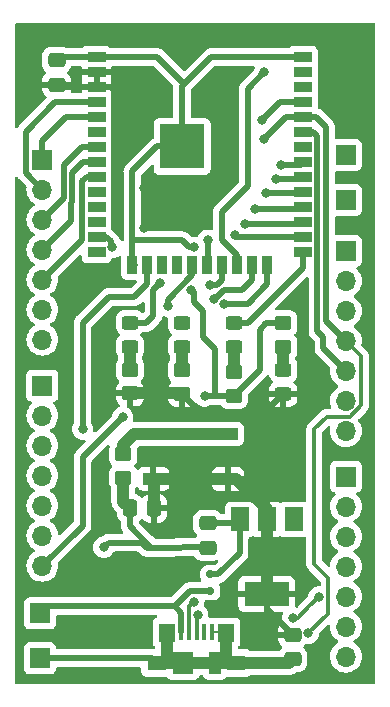
<source format=gbr>
%TF.GenerationSoftware,KiCad,Pcbnew,7.0.2*%
%TF.CreationDate,2023-08-23T23:39:57+05:30*%
%TF.ProjectId,esp32_dev_board,65737033-325f-4646-9576-5f626f617264,rev?*%
%TF.SameCoordinates,Original*%
%TF.FileFunction,Copper,L1,Top*%
%TF.FilePolarity,Positive*%
%FSLAX46Y46*%
G04 Gerber Fmt 4.6, Leading zero omitted, Abs format (unit mm)*
G04 Created by KiCad (PCBNEW 7.0.2) date 2023-08-23 23:39:57*
%MOMM*%
%LPD*%
G01*
G04 APERTURE LIST*
G04 Aperture macros list*
%AMRoundRect*
0 Rectangle with rounded corners*
0 $1 Rounding radius*
0 $2 $3 $4 $5 $6 $7 $8 $9 X,Y pos of 4 corners*
0 Add a 4 corners polygon primitive as box body*
4,1,4,$2,$3,$4,$5,$6,$7,$8,$9,$2,$3,0*
0 Add four circle primitives for the rounded corners*
1,1,$1+$1,$2,$3*
1,1,$1+$1,$4,$5*
1,1,$1+$1,$6,$7*
1,1,$1+$1,$8,$9*
0 Add four rect primitives between the rounded corners*
20,1,$1+$1,$2,$3,$4,$5,0*
20,1,$1+$1,$4,$5,$6,$7,0*
20,1,$1+$1,$6,$7,$8,$9,0*
20,1,$1+$1,$8,$9,$2,$3,0*%
G04 Aperture macros list end*
%TA.AperFunction,SMDPad,CuDef*%
%ADD10R,1.700000X1.000000*%
%TD*%
%TA.AperFunction,SMDPad,CuDef*%
%ADD11RoundRect,0.250000X-0.475000X0.337500X-0.475000X-0.337500X0.475000X-0.337500X0.475000X0.337500X0*%
%TD*%
%TA.AperFunction,SMDPad,CuDef*%
%ADD12RoundRect,0.250000X0.337500X0.475000X-0.337500X0.475000X-0.337500X-0.475000X0.337500X-0.475000X0*%
%TD*%
%TA.AperFunction,SMDPad,CuDef*%
%ADD13RoundRect,0.250000X-0.450000X0.350000X-0.450000X-0.350000X0.450000X-0.350000X0.450000X0.350000X0*%
%TD*%
%TA.AperFunction,SMDPad,CuDef*%
%ADD14RoundRect,0.250000X0.450000X-0.325000X0.450000X0.325000X-0.450000X0.325000X-0.450000X-0.325000X0*%
%TD*%
%TA.AperFunction,SMDPad,CuDef*%
%ADD15RoundRect,0.250000X-0.450000X0.325000X-0.450000X-0.325000X0.450000X-0.325000X0.450000X0.325000X0*%
%TD*%
%TA.AperFunction,SMDPad,CuDef*%
%ADD16R,1.500000X0.900000*%
%TD*%
%TA.AperFunction,SMDPad,CuDef*%
%ADD17R,0.900000X1.500000*%
%TD*%
%TA.AperFunction,SMDPad,CuDef*%
%ADD18R,0.900000X0.900000*%
%TD*%
%TA.AperFunction,HeatsinkPad*%
%ADD19C,0.600000*%
%TD*%
%TA.AperFunction,SMDPad,CuDef*%
%ADD20R,3.800000X3.800000*%
%TD*%
%TA.AperFunction,SMDPad,CuDef*%
%ADD21RoundRect,0.150000X0.200000X-0.150000X0.200000X0.150000X-0.200000X0.150000X-0.200000X-0.150000X0*%
%TD*%
%TA.AperFunction,SMDPad,CuDef*%
%ADD22R,1.500000X2.000000*%
%TD*%
%TA.AperFunction,SMDPad,CuDef*%
%ADD23R,3.800000X2.000000*%
%TD*%
%TA.AperFunction,SMDPad,CuDef*%
%ADD24R,0.450000X1.380000*%
%TD*%
%TA.AperFunction,SMDPad,CuDef*%
%ADD25R,1.650000X1.300000*%
%TD*%
%TA.AperFunction,SMDPad,CuDef*%
%ADD26R,1.425000X1.550000*%
%TD*%
%TA.AperFunction,SMDPad,CuDef*%
%ADD27R,1.800000X1.900000*%
%TD*%
%TA.AperFunction,SMDPad,CuDef*%
%ADD28R,1.000000X1.900000*%
%TD*%
%TA.AperFunction,SMDPad,CuDef*%
%ADD29RoundRect,0.250000X0.475000X-0.337500X0.475000X0.337500X-0.475000X0.337500X-0.475000X-0.337500X0*%
%TD*%
%TA.AperFunction,SMDPad,CuDef*%
%ADD30RoundRect,0.250000X0.450000X-0.350000X0.450000X0.350000X-0.450000X0.350000X-0.450000X-0.350000X0*%
%TD*%
%TA.AperFunction,ComponentPad*%
%ADD31R,1.700000X1.700000*%
%TD*%
%TA.AperFunction,ComponentPad*%
%ADD32O,1.700000X1.700000*%
%TD*%
%TA.AperFunction,ViaPad*%
%ADD33C,0.800000*%
%TD*%
%TA.AperFunction,Conductor*%
%ADD34C,1.000000*%
%TD*%
%TA.AperFunction,Conductor*%
%ADD35C,0.500000*%
%TD*%
%TA.AperFunction,Conductor*%
%ADD36C,0.200000*%
%TD*%
%TA.AperFunction,Conductor*%
%ADD37C,0.300000*%
%TD*%
G04 APERTURE END LIST*
D10*
%TO.P,SW1,1,A*%
%TO.N,Net-(SW1-A)*%
X108200000Y-101800000D03*
X114500000Y-101800000D03*
%TO.P,SW1,2,B*%
%TO.N,3.3v*%
X108200000Y-105600000D03*
X114500000Y-105600000D03*
%TD*%
D11*
%TO.P,C4,1*%
%TO.N,3.3v*%
X120000000Y-118800000D03*
%TO.P,C4,2*%
%TO.N,GND*%
X120000000Y-120875000D03*
%TD*%
D12*
%TO.P,C2,1*%
%TO.N,3.3v*%
X108287500Y-108100000D03*
%TO.P,C2,2*%
%TO.N,GND*%
X106212500Y-108100000D03*
%TD*%
D13*
%TO.P,R1,1*%
%TO.N,Net-(D1-A)*%
X106225000Y-96375000D03*
%TO.P,R1,2*%
%TO.N,3.3v*%
X106225000Y-98375000D03*
%TD*%
D14*
%TO.P,D5,1,K*%
%TO.N,Net-(D5-K)*%
X115025000Y-94425000D03*
%TO.P,D5,2,A*%
%TO.N,LED*%
X115025000Y-92375000D03*
%TD*%
D15*
%TO.P,D2,1,K*%
%TO.N,RX_MCU*%
X110625000Y-92375000D03*
%TO.P,D2,2,A*%
%TO.N,Net-(D2-A)*%
X110625000Y-94425000D03*
%TD*%
%TO.P,D1,1,K*%
%TO.N,TX_MCU*%
X106225000Y-92375000D03*
%TO.P,D1,2,A*%
%TO.N,Net-(D1-A)*%
X106225000Y-94425000D03*
%TD*%
D16*
%TO.P,U3,1,GND*%
%TO.N,GND*%
X103385000Y-69895000D03*
%TO.P,U3,2,VDD*%
%TO.N,3.3v*%
X103385000Y-71165000D03*
%TO.P,U3,3,EN*%
X103385000Y-72435000D03*
%TO.P,U3,4,SENSOR_VP*%
%TO.N,SENSRO1*%
X103385000Y-73705000D03*
%TO.P,U3,5,SENSOR_VN*%
%TO.N,SENSRO2*%
X103385000Y-74975000D03*
%TO.P,U3,6,IO34*%
%TO.N,IO34*%
X103385000Y-76245000D03*
%TO.P,U3,7,IO35*%
%TO.N,IO35*%
X103385000Y-77515000D03*
%TO.P,U3,8,IO32*%
%TO.N,IO32*%
X103385000Y-78785000D03*
%TO.P,U3,9,IO33*%
%TO.N,IO33*%
X103385000Y-80055000D03*
%TO.P,U3,10,IO25*%
%TO.N,IO25*%
X103385000Y-81325000D03*
%TO.P,U3,11,IO26*%
%TO.N,IO26*%
X103385000Y-82595000D03*
%TO.P,U3,12,IO27*%
%TO.N,IO27*%
X103385000Y-83865000D03*
%TO.P,U3,13,IO14*%
%TO.N,IO14*%
X103385000Y-85135000D03*
%TO.P,U3,14,IO12*%
%TO.N,IO12*%
X103385000Y-86405000D03*
D17*
%TO.P,U3,15,GND*%
%TO.N,GND*%
X106420000Y-87500000D03*
%TO.P,U3,16,IO13*%
%TO.N,IO13*%
X107690000Y-87500000D03*
%TO.P,U3,17,SHD/SD2*%
%TO.N,SD2*%
X108960000Y-87500000D03*
%TO.P,U3,18,SWP/SD3*%
%TO.N,SD3*%
X110230000Y-87500000D03*
%TO.P,U3,19,SCS/CMD*%
%TO.N,CMD*%
X111500000Y-87500000D03*
%TO.P,U3,20,SCK/CLK*%
%TO.N,CLK*%
X112770000Y-87500000D03*
%TO.P,U3,21,SDO/SD0*%
%TO.N,SDO*%
X114040000Y-87500000D03*
%TO.P,U3,22,SDI/SD1*%
%TO.N,SDI*%
X115310000Y-87500000D03*
%TO.P,U3,23,IO15*%
%TO.N,IO15*%
X116580000Y-87500000D03*
%TO.P,U3,24,IO2*%
%TO.N,IO2*%
X117850000Y-87500000D03*
D16*
%TO.P,U3,25,IO0*%
%TO.N,LED*%
X120885000Y-86405000D03*
%TO.P,U3,26,IO4*%
%TO.N,IO4*%
X120885000Y-85135000D03*
%TO.P,U3,27,IO16*%
%TO.N,IO16*%
X120885000Y-83865000D03*
%TO.P,U3,28,IO17*%
%TO.N,IO17*%
X120885000Y-82595000D03*
%TO.P,U3,29,IO5*%
%TO.N,IO5*%
X120885000Y-81325000D03*
%TO.P,U3,30,IO18*%
%TO.N,IO18*%
X120885000Y-80055000D03*
%TO.P,U3,31,IO19*%
%TO.N,IO19*%
X120885000Y-78785000D03*
%TO.P,U3,32,NC*%
%TO.N,unconnected-(U3-NC-Pad32)*%
X120885000Y-77515000D03*
%TO.P,U3,33,IO21*%
%TO.N,IO21*%
X120885000Y-76245000D03*
%TO.P,U3,34,RXD0/IO3*%
%TO.N,RX_MCU*%
X120885000Y-74975000D03*
%TO.P,U3,35,TXD0/IO1*%
%TO.N,TX_MCU*%
X120885000Y-73705000D03*
%TO.P,U3,36,IO22*%
%TO.N,IO22*%
X120885000Y-72435000D03*
%TO.P,U3,37,IO23*%
%TO.N,IO23*%
X120885000Y-71165000D03*
%TO.P,U3,38,GND*%
%TO.N,GND*%
X120885000Y-69895000D03*
D18*
%TO.P,U3,39,GND*%
X109235000Y-76060000D03*
D19*
X109235000Y-76760000D03*
D18*
X109235000Y-77460000D03*
D19*
X109235000Y-78160000D03*
D18*
X109235000Y-78860000D03*
D19*
X109935000Y-76060000D03*
X109935000Y-77460000D03*
X109935000Y-78860000D03*
D18*
X110635000Y-76060000D03*
D19*
X110635000Y-76760000D03*
D18*
X110635000Y-77460000D03*
D20*
X110635000Y-77460000D03*
D19*
X110635000Y-78160000D03*
D18*
X110635000Y-78860000D03*
D19*
X111335000Y-76060000D03*
X111335000Y-77460000D03*
X111335000Y-78860000D03*
D18*
X112035000Y-76060000D03*
D19*
X112035000Y-76760000D03*
D18*
X112035000Y-77460000D03*
D19*
X112035000Y-78160000D03*
D18*
X112035000Y-78860000D03*
%TD*%
D21*
%TO.P,D4,1,K*%
%TO.N,Net-(D4-K)*%
X113000000Y-113700000D03*
%TO.P,D4,2,A*%
%TO.N,VBUS*%
X113000000Y-115100000D03*
%TD*%
D22*
%TO.P,U2,1,GND*%
%TO.N,unconnected-(U2-GND-Pad1)*%
X120100000Y-109050000D03*
%TO.P,U2,2,VO*%
%TO.N,3.3v*%
X117800000Y-109050000D03*
D23*
X117800000Y-115350000D03*
D22*
%TO.P,U2,3,VI*%
%TO.N,Net-(D4-K)*%
X115500000Y-109050000D03*
%TD*%
D13*
%TO.P,R3,1*%
%TO.N,Net-(D2-A)*%
X110625000Y-96400000D03*
%TO.P,R3,2*%
%TO.N,3.3v*%
X110625000Y-98400000D03*
%TD*%
%TO.P,R4,1*%
%TO.N,Net-(D5-K)*%
X115000000Y-96600000D03*
%TO.P,R4,2*%
%TO.N,GND*%
X115000000Y-98600000D03*
%TD*%
D24*
%TO.P,J3,1,VBUS*%
%TO.N,VBUS*%
X110550000Y-118540000D03*
%TO.P,J3,2,D-*%
%TO.N,USB_M*%
X111200000Y-118540000D03*
%TO.P,J3,3,D+*%
%TO.N,USB_P*%
X111850000Y-118540000D03*
%TO.P,J3,4,ID*%
%TO.N,unconnected-(J3-ID-Pad4)*%
X112500000Y-118540000D03*
%TO.P,J3,5,GND*%
%TO.N,GND*%
X113150000Y-118540000D03*
D25*
%TO.P,J3,6,Shield*%
X108475000Y-121200000D03*
D26*
X109362500Y-118625000D03*
D27*
X110700000Y-121200000D03*
D28*
X113400000Y-121200000D03*
D26*
X114337500Y-118625000D03*
D25*
X115225000Y-121200000D03*
%TD*%
D15*
%TO.P,D6,1,K*%
%TO.N,Net-(D6-K)*%
X119200000Y-96375000D03*
%TO.P,D6,2,A*%
%TO.N,3.3v*%
X119200000Y-98425000D03*
%TD*%
D29*
%TO.P,C1,1*%
%TO.N,3.3v*%
X100000000Y-72237500D03*
%TO.P,C1,2*%
%TO.N,GND*%
X100000000Y-70162500D03*
%TD*%
D30*
%TO.P,R2,1*%
%TO.N,GND*%
X105650000Y-105500000D03*
%TO.P,R2,2*%
%TO.N,Net-(SW1-A)*%
X105650000Y-103500000D03*
%TD*%
D11*
%TO.P,C3,1*%
%TO.N,Net-(D4-K)*%
X112800000Y-109362500D03*
%TO.P,C3,2*%
%TO.N,GND*%
X112800000Y-111437500D03*
%TD*%
D30*
%TO.P,R5,1*%
%TO.N,Net-(D6-K)*%
X119200000Y-94425000D03*
%TO.P,R5,2*%
%TO.N,GND*%
X119200000Y-92425000D03*
%TD*%
D31*
%TO.P,J1,1,Pin_1*%
%TO.N,SENSRO2*%
X98800000Y-78575000D03*
D32*
%TO.P,J1,2,Pin_2*%
%TO.N,SENSRO1*%
X98800000Y-81115000D03*
%TO.P,J1,3,Pin_3*%
%TO.N,IO35*%
X98800000Y-83655000D03*
%TO.P,J1,4,Pin_4*%
%TO.N,IO32*%
X98800000Y-86195000D03*
%TO.P,J1,5,Pin_5*%
%TO.N,IO33*%
X98800000Y-88735000D03*
%TO.P,J1,6,Pin_6*%
%TO.N,IO25*%
X98800000Y-91275000D03*
%TO.P,J1,7,Pin_7*%
%TO.N,IO26*%
X98800000Y-93815000D03*
%TD*%
D31*
%TO.P,J4,1,Pin_1*%
%TO.N,VBUS*%
X98600000Y-117000000D03*
%TD*%
%TO.P,J7,1,Pin_1*%
%TO.N,IO5*%
X124500000Y-105420000D03*
D32*
%TO.P,J7,2,Pin_2*%
%TO.N,IO17*%
X124500000Y-107960000D03*
%TO.P,J7,3,Pin_3*%
%TO.N,IO16*%
X124500000Y-110500000D03*
%TO.P,J7,4,Pin_4*%
%TO.N,IO4*%
X124500000Y-113040000D03*
%TO.P,J7,5,Pin_5*%
%TO.N,IO0*%
X124500000Y-115580000D03*
%TO.P,J7,6,Pin_6*%
%TO.N,IO2*%
X124500000Y-118120000D03*
%TO.P,J7,7,Pin_7*%
%TO.N,IO15*%
X124500000Y-120660000D03*
%TD*%
D31*
%TO.P,J9,1,Pin_1*%
%TO.N,GND*%
X98600000Y-120800000D03*
%TD*%
%TO.P,J8,1,Pin_1*%
%TO.N,SDI*%
X124500000Y-82000000D03*
%TD*%
%TO.P,J2,1,Pin_1*%
%TO.N,CLK*%
X124520000Y-78200000D03*
%TD*%
%TO.P,J6,1,Pin_1*%
%TO.N,IO23*%
X124500000Y-86300000D03*
D32*
%TO.P,J6,2,Pin_2*%
%TO.N,IO22*%
X124500000Y-88840000D03*
%TO.P,J6,3,Pin_3*%
%TO.N,TX_MCU*%
X124500000Y-91380000D03*
%TO.P,J6,4,Pin_4*%
%TO.N,RX_MCU*%
X124500000Y-93920000D03*
%TO.P,J6,5,Pin_5*%
%TO.N,IO21*%
X124500000Y-96460000D03*
%TO.P,J6,6,Pin_6*%
%TO.N,IO19*%
X124500000Y-99000000D03*
%TO.P,J6,7,Pin_7*%
%TO.N,IO18*%
X124500000Y-101540000D03*
%TD*%
D31*
%TO.P,J5,1,Pin_1*%
%TO.N,IO27*%
X98800000Y-97720000D03*
D32*
%TO.P,J5,2,Pin_2*%
%TO.N,IO12*%
X98800000Y-100260000D03*
%TO.P,J5,3,Pin_3*%
%TO.N,IO14*%
X98800000Y-102800000D03*
%TO.P,J5,4,Pin_4*%
%TO.N,IO13*%
X98800000Y-105340000D03*
%TO.P,J5,5,Pin_5*%
%TO.N,SDI*%
X98800000Y-107880000D03*
%TO.P,J5,6,Pin_6*%
%TO.N,SDO*%
X98800000Y-110420000D03*
%TO.P,J5,7,Pin_7*%
%TO.N,CMD*%
X98800000Y-112960000D03*
%TD*%
D33*
%TO.N,3.3v*%
X117800000Y-109000000D03*
X107400000Y-81000000D03*
X107400000Y-84400000D03*
X108200000Y-93800000D03*
X107400000Y-76600000D03*
%TO.N,GND*%
X104000000Y-111400000D03*
X105650000Y-105500000D03*
X112817152Y-111423591D03*
X111600000Y-86000000D03*
X106449500Y-87500000D03*
X114337500Y-118625000D03*
X111415688Y-89615688D03*
X112550000Y-98600000D03*
%TO.N,IO25*%
X103385000Y-81325000D03*
%TO.N,IO26*%
X103385000Y-82595000D03*
%TO.N,CLK*%
X112800000Y-85400000D03*
%TO.N,USB_M*%
X111600688Y-116000688D03*
%TO.N,USB_P*%
X111949500Y-117100000D03*
%TO.N,IO27*%
X103385000Y-83865000D03*
%TO.N,IO12*%
X103385000Y-86405000D03*
%TO.N,IO14*%
X104734502Y-86000000D03*
%TO.N,IO13*%
X102200000Y-101400000D03*
%TO.N,SDI*%
X117600000Y-71200000D03*
%TO.N,SDO*%
X113000000Y-89200000D03*
%TO.N,CMD*%
X105600000Y-100400000D03*
X109400000Y-91000000D03*
%TO.N,IO23*%
X120885000Y-71165000D03*
%TO.N,IO22*%
X120885000Y-72435000D03*
%TO.N,TX_MCU*%
X120010228Y-117371603D03*
X108800000Y-89000000D03*
X120750500Y-73705000D03*
X122200000Y-115600000D03*
X117400000Y-75200000D03*
%TO.N,RX_MCU*%
X117600000Y-76800000D03*
X110600000Y-92400000D03*
X121324500Y-118685875D03*
%TO.N,IO19*%
X119000000Y-79000000D03*
%TO.N,IO18*%
X118600000Y-80200000D03*
%TO.N,IO5*%
X117750500Y-81400000D03*
%TO.N,IO17*%
X116800000Y-82800000D03*
%TO.N,IO16*%
X115950500Y-84000000D03*
%TO.N,IO4*%
X115101000Y-85000000D03*
%TO.N,IO2*%
X114200000Y-90800000D03*
%TO.N,IO15*%
X113306250Y-90352544D03*
%TD*%
D34*
%TO.N,3.3v*%
X117800000Y-108200000D02*
X115900000Y-106300000D01*
D35*
X117400000Y-100200000D02*
X117000000Y-100200000D01*
D34*
X117800000Y-109050000D02*
X117800000Y-115350000D01*
D35*
X117800000Y-116600000D02*
X117800000Y-115350000D01*
D34*
X115200000Y-105600000D02*
X114500000Y-105600000D01*
D35*
X107400000Y-81000000D02*
X107400000Y-84400000D01*
X108200000Y-93800000D02*
X108600000Y-94200000D01*
X120000000Y-118800000D02*
X117800000Y-116600000D01*
D34*
X115900000Y-106300000D02*
X115200000Y-105600000D01*
X108287500Y-108100000D02*
X108287500Y-105687500D01*
D35*
X117000000Y-100200000D02*
X117000000Y-105200000D01*
X119200000Y-98425000D02*
X119175000Y-98425000D01*
X103385000Y-72435000D02*
X104635000Y-72435000D01*
X108600000Y-94200000D02*
X108600000Y-98375000D01*
X100197500Y-72435000D02*
X100000000Y-72237500D01*
D34*
X117800000Y-109000000D02*
X117800000Y-108200000D01*
X110600000Y-98375000D02*
X110625000Y-98400000D01*
D35*
X107400000Y-75200000D02*
X107400000Y-76600000D01*
X117000000Y-105200000D02*
X115900000Y-106300000D01*
X104635000Y-72435000D02*
X107400000Y-75200000D01*
X103385000Y-71165000D02*
X103385000Y-72435000D01*
X112425000Y-100200000D02*
X110625000Y-98400000D01*
X117000000Y-100200000D02*
X112425000Y-100200000D01*
D34*
X108200000Y-105600000D02*
X114500000Y-105600000D01*
X108287500Y-105687500D02*
X108200000Y-105600000D01*
D35*
X103385000Y-72435000D02*
X100197500Y-72435000D01*
D34*
X117800000Y-109050000D02*
X117800000Y-109000000D01*
D35*
X119175000Y-98425000D02*
X117400000Y-100200000D01*
D34*
X106225000Y-98375000D02*
X108600000Y-98375000D01*
X108600000Y-98375000D02*
X110600000Y-98375000D01*
%TO.N,GND*%
X119675000Y-121200000D02*
X120000000Y-120875000D01*
D35*
X112550000Y-98600000D02*
X113400000Y-98600000D01*
D34*
X108475000Y-121200000D02*
X109400000Y-121200000D01*
D35*
X107600000Y-111000000D02*
X108037500Y-111437500D01*
X113400000Y-98600000D02*
X113400000Y-94600000D01*
X115000000Y-98600000D02*
X117200000Y-96400000D01*
D34*
X114400000Y-121200000D02*
X115225000Y-121200000D01*
D35*
X112800000Y-111400000D02*
X112800000Y-111437500D01*
X110800000Y-72200000D02*
X113105000Y-69895000D01*
X110635000Y-77460000D02*
X110635000Y-72365000D01*
X106420000Y-85400000D02*
X106420000Y-79580000D01*
X113105000Y-69895000D02*
X120885000Y-69895000D01*
X117775000Y-92425000D02*
X119200000Y-92425000D01*
X100267500Y-69895000D02*
X100000000Y-70162500D01*
X107634646Y-111434646D02*
X107200000Y-111000000D01*
D34*
X109362500Y-118625000D02*
X109362500Y-121162500D01*
D35*
X110635000Y-72365000D02*
X110800000Y-72200000D01*
X108400000Y-111434646D02*
X112800000Y-111400000D01*
D34*
X114337500Y-118625000D02*
X114337500Y-121137500D01*
D35*
X103385000Y-69895000D02*
X108495000Y-69895000D01*
X106420000Y-87500000D02*
X106420000Y-85400000D01*
X106212500Y-108100000D02*
X106212500Y-109612500D01*
X98600000Y-120800000D02*
X108075000Y-120800000D01*
X108037500Y-111437500D02*
X108400000Y-111434646D01*
X117200000Y-93000000D02*
X117775000Y-92425000D01*
X106212500Y-109612500D02*
X107600000Y-111000000D01*
X112400000Y-91400000D02*
X111600000Y-90600000D01*
X108400000Y-111434646D02*
X107634646Y-111434646D01*
D34*
X109362500Y-121162500D02*
X109400000Y-121200000D01*
D35*
X110849500Y-85600000D02*
X111249500Y-86000000D01*
D34*
X109400000Y-121200000D02*
X114400000Y-121200000D01*
D36*
X113150000Y-118540000D02*
X114252500Y-118540000D01*
D35*
X111249500Y-86000000D02*
X111600000Y-86000000D01*
X106420000Y-79580000D02*
X108540000Y-77460000D01*
X106420000Y-87500000D02*
X106449500Y-87500000D01*
X108540000Y-77460000D02*
X110635000Y-77460000D01*
X108075000Y-120800000D02*
X108475000Y-121200000D01*
X106420000Y-85400000D02*
X110649500Y-85400000D01*
D36*
X114252500Y-118540000D02*
X114337500Y-118625000D01*
D34*
X105650000Y-105500000D02*
X105650000Y-107537500D01*
D35*
X108495000Y-69895000D02*
X110800000Y-72200000D01*
D34*
X115225000Y-121200000D02*
X119675000Y-121200000D01*
D35*
X111600000Y-90600000D02*
X111600000Y-89800000D01*
X113400000Y-98600000D02*
X115000000Y-98600000D01*
D34*
X114337500Y-121137500D02*
X114400000Y-121200000D01*
D35*
X110649500Y-85400000D02*
X110849500Y-85600000D01*
X103385000Y-69895000D02*
X100267500Y-69895000D01*
X104400000Y-111000000D02*
X104000000Y-111400000D01*
X112400000Y-93600000D02*
X112400000Y-91400000D01*
D34*
X105650000Y-107537500D02*
X106212500Y-108100000D01*
D35*
X113400000Y-94600000D02*
X112400000Y-93600000D01*
X117200000Y-96400000D02*
X117200000Y-93000000D01*
X111600000Y-89800000D02*
X111415688Y-89615688D01*
X107600000Y-111000000D02*
X104400000Y-111000000D01*
%TO.N,Net-(D4-K)*%
X115187500Y-109362500D02*
X115500000Y-109050000D01*
X115500000Y-111900000D02*
X113700000Y-113700000D01*
X115500000Y-109050000D02*
X115500000Y-111900000D01*
X112800000Y-109362500D02*
X115187500Y-109362500D01*
X113700000Y-113700000D02*
X113000000Y-113700000D01*
D34*
%TO.N,Net-(D1-A)*%
X106225000Y-94425000D02*
X106225000Y-96375000D01*
%TO.N,Net-(D2-A)*%
X110625000Y-94425000D02*
X110625000Y-96400000D01*
D35*
%TO.N,VBUS*%
X98600000Y-117000000D02*
X99200000Y-116400000D01*
X110525000Y-116925000D02*
X110525000Y-118540000D01*
X113000000Y-115100000D02*
X111300000Y-115100000D01*
X111300000Y-115100000D02*
X110000000Y-116400000D01*
X110000000Y-116400000D02*
X110525000Y-116925000D01*
X99200000Y-116400000D02*
X110000000Y-116400000D01*
D34*
%TO.N,Net-(D5-K)*%
X115025000Y-96575000D02*
X115000000Y-96600000D01*
X115025000Y-94425000D02*
X115025000Y-96575000D01*
D35*
%TO.N,LED*%
X115025000Y-92375000D02*
X116225000Y-92375000D01*
X116225000Y-92375000D02*
X120885000Y-87715000D01*
X120885000Y-87715000D02*
X120885000Y-86405000D01*
D34*
%TO.N,Net-(D6-K)*%
X119200000Y-96375000D02*
X119200000Y-94425000D01*
D35*
%TO.N,SENSRO2*%
X98800000Y-78575000D02*
X98800000Y-77000000D01*
X100825000Y-74975000D02*
X103385000Y-74975000D01*
X98800000Y-77000000D02*
X100825000Y-74975000D01*
%TO.N,SENSRO1*%
X97400000Y-76200000D02*
X99895000Y-73705000D01*
X99895000Y-73705000D02*
X103385000Y-73705000D01*
X97400000Y-79715000D02*
X97400000Y-76200000D01*
X98800000Y-81115000D02*
X97400000Y-79715000D01*
%TO.N,IO35*%
X102135000Y-77515000D02*
X103385000Y-77515000D01*
X100600000Y-79050000D02*
X102135000Y-77515000D01*
X98800000Y-83655000D02*
X100600000Y-81855000D01*
X100600000Y-81855000D02*
X100600000Y-79050000D01*
%TO.N,IO32*%
X101222475Y-82222475D02*
X101300000Y-82144950D01*
X98800000Y-86195000D02*
X101222475Y-83772525D01*
X101300000Y-82144950D02*
X101300000Y-79700000D01*
X101300000Y-79700000D02*
X102215000Y-78785000D01*
X102215000Y-78785000D02*
X103385000Y-78785000D01*
X101222475Y-83772525D02*
X101222475Y-82222475D01*
%TO.N,IO33*%
X98800000Y-88735000D02*
X102185000Y-85350000D01*
X102555000Y-80055000D02*
X103385000Y-80055000D01*
X102185000Y-80425000D02*
X102555000Y-80055000D01*
X102185000Y-85350000D02*
X102185000Y-80425000D01*
%TO.N,CLK*%
X112800000Y-85400000D02*
X112800000Y-87470000D01*
X112800000Y-87470000D02*
X112770000Y-87500000D01*
D37*
%TO.N,USB_M*%
X111200000Y-116401376D02*
X111200000Y-118540000D01*
X111600688Y-116000688D02*
X111200000Y-116401376D01*
%TO.N,USB_P*%
X111850000Y-117199500D02*
X111850000Y-118540000D01*
X111949500Y-117100000D02*
X111850000Y-117199500D01*
D35*
%TO.N,IO14*%
X104734502Y-86000000D02*
X104585000Y-86000000D01*
X104215000Y-85135000D02*
X103385000Y-85135000D01*
X104585000Y-86000000D02*
X104585000Y-85505000D01*
X104585000Y-85505000D02*
X104215000Y-85135000D01*
%TO.N,IO13*%
X107690000Y-89110000D02*
X107690000Y-87500000D01*
X104400000Y-90200000D02*
X106600000Y-90200000D01*
X102200000Y-101400000D02*
X102200000Y-92400000D01*
X106600000Y-90200000D02*
X107690000Y-89110000D01*
X102200000Y-92400000D02*
X104400000Y-90200000D01*
%TO.N,SDI*%
X114000000Y-83000000D02*
X114000000Y-85360000D01*
X116200000Y-80800000D02*
X114000000Y-83000000D01*
X116200000Y-72600000D02*
X116200000Y-80800000D01*
X114000000Y-85360000D02*
X115310000Y-86670000D01*
X115310000Y-86670000D02*
X115310000Y-87500000D01*
X117600000Y-71200000D02*
X116200000Y-72600000D01*
%TO.N,SDO*%
X114040000Y-88750000D02*
X114040000Y-87500000D01*
X113590000Y-89200000D02*
X114040000Y-88750000D01*
X113000000Y-89200000D02*
X113590000Y-89200000D01*
%TO.N,CMD*%
X102200000Y-109560000D02*
X102200000Y-107200000D01*
X109400000Y-91000000D02*
X109400000Y-90430000D01*
X98800000Y-112960000D02*
X102200000Y-109560000D01*
X102200000Y-103800000D02*
X105600000Y-100400000D01*
X111500000Y-88330000D02*
X111500000Y-87500000D01*
X102200000Y-107200000D02*
X102200000Y-103800000D01*
X109400000Y-90430000D02*
X111500000Y-88330000D01*
D37*
%TO.N,TX_MCU*%
X120010228Y-117371603D02*
X120428397Y-117371603D01*
D35*
X106250000Y-92400000D02*
X106225000Y-92375000D01*
X108200000Y-89600000D02*
X108200000Y-91800000D01*
D37*
X120428397Y-117371603D02*
X121400000Y-116400000D01*
X121400000Y-116400000D02*
X122200000Y-115600000D01*
D35*
X108200000Y-91800000D02*
X107600000Y-92400000D01*
X120750500Y-73705000D02*
X118895000Y-73705000D01*
X107600000Y-92400000D02*
X106250000Y-92400000D01*
X108800000Y-89000000D02*
X108200000Y-89600000D01*
X118895000Y-73705000D02*
X117400000Y-75200000D01*
%TO.N,RX_MCU*%
X121975000Y-74975000D02*
X120885000Y-74975000D01*
D37*
X123000000Y-114000000D02*
X121800000Y-112800000D01*
X125800000Y-99397057D02*
X125800000Y-95220000D01*
D35*
X124500000Y-93920000D02*
X122800000Y-92220000D01*
X117600000Y-76800000D02*
X119425000Y-74975000D01*
X122800000Y-92220000D02*
X122800000Y-75800000D01*
D37*
X121800000Y-112800000D02*
X121800000Y-101400000D01*
X124857057Y-100340000D02*
X125800000Y-99397057D01*
X123000000Y-117010375D02*
X123000000Y-114000000D01*
X122860000Y-100340000D02*
X124857057Y-100340000D01*
D35*
X119425000Y-74975000D02*
X120885000Y-74975000D01*
D37*
X125800000Y-95220000D02*
X124500000Y-93920000D01*
X121800000Y-101400000D02*
X122860000Y-100340000D01*
X121324500Y-118685875D02*
X123000000Y-117010375D01*
D35*
X122800000Y-75800000D02*
X121975000Y-74975000D01*
%TO.N,IO21*%
X122085000Y-93085000D02*
X122085000Y-76615000D01*
X121715000Y-76245000D02*
X120885000Y-76245000D01*
X122085000Y-76615000D02*
X121715000Y-76245000D01*
X124500000Y-96460000D02*
X122600000Y-94560000D01*
X122600000Y-94560000D02*
X122600000Y-93600000D01*
X122600000Y-93600000D02*
X122085000Y-93085000D01*
%TO.N,IO19*%
X119000000Y-79000000D02*
X120670000Y-79000000D01*
X120670000Y-79000000D02*
X120885000Y-78785000D01*
%TO.N,IO18*%
X118600000Y-80200000D02*
X120740000Y-80200000D01*
X120740000Y-80200000D02*
X120885000Y-80055000D01*
%TO.N,IO5*%
X117750500Y-81400000D02*
X120810000Y-81400000D01*
X120810000Y-81400000D02*
X120885000Y-81325000D01*
%TO.N,IO17*%
X120680000Y-82800000D02*
X120885000Y-82595000D01*
X116800000Y-82800000D02*
X120680000Y-82800000D01*
%TO.N,IO16*%
X120750000Y-84000000D02*
X120885000Y-83865000D01*
X115950500Y-84000000D02*
X120750000Y-84000000D01*
%TO.N,IO4*%
X115101000Y-85000000D02*
X115236000Y-85135000D01*
X115236000Y-85135000D02*
X120885000Y-85135000D01*
%TO.N,IO2*%
X114200000Y-90800000D02*
X116200000Y-90800000D01*
X117850000Y-89150000D02*
X117850000Y-87500000D01*
X116200000Y-90800000D02*
X117850000Y-89150000D01*
%TO.N,IO15*%
X116580000Y-88750000D02*
X116580000Y-87500000D01*
X115730000Y-89600000D02*
X116580000Y-88750000D01*
X113445374Y-90352544D02*
X114197918Y-89600000D01*
X113306250Y-90352544D02*
X113445374Y-90352544D01*
X114197918Y-89600000D02*
X115730000Y-89600000D01*
D34*
%TO.N,Net-(SW1-A)*%
X105650000Y-102750000D02*
X106600000Y-101800000D01*
X108200000Y-101800000D02*
X114500000Y-101800000D01*
X105650000Y-103500000D02*
X105650000Y-102750000D01*
X106600000Y-101800000D02*
X108200000Y-101800000D01*
%TD*%
%TA.AperFunction,Conductor*%
%TO.N,3.3v*%
G36*
X126942539Y-67020185D02*
G01*
X126988294Y-67072989D01*
X126999500Y-67124500D01*
X126999500Y-122875500D01*
X126979815Y-122942539D01*
X126927011Y-122988294D01*
X126875500Y-122999500D01*
X96624500Y-122999500D01*
X96557461Y-122979815D01*
X96511706Y-122927011D01*
X96500500Y-122875500D01*
X96500500Y-80127330D01*
X96520185Y-80060291D01*
X96572989Y-80014536D01*
X96642147Y-80004592D01*
X96705703Y-80033617D01*
X96728101Y-80059192D01*
X96765979Y-80116784D01*
X96767889Y-80119782D01*
X96807288Y-80183656D01*
X96807952Y-80184732D01*
X96820253Y-80199830D01*
X96821168Y-80200693D01*
X96821170Y-80200696D01*
X96875708Y-80252150D01*
X96878295Y-80254663D01*
X97427130Y-80803498D01*
X97460615Y-80864821D01*
X97462977Y-80901986D01*
X97444340Y-81114999D01*
X97464936Y-81350407D01*
X97502968Y-81492342D01*
X97526097Y-81578663D01*
X97625965Y-81792830D01*
X97761505Y-81986401D01*
X97928599Y-82153495D01*
X98114160Y-82283426D01*
X98157783Y-82338002D01*
X98164976Y-82407501D01*
X98133454Y-82469855D01*
X98114159Y-82486575D01*
X98105729Y-82492478D01*
X97935399Y-82611744D01*
X97928595Y-82616508D01*
X97761505Y-82783598D01*
X97625965Y-82977170D01*
X97526097Y-83191336D01*
X97464936Y-83419592D01*
X97444340Y-83654999D01*
X97464936Y-83890407D01*
X97496716Y-84009011D01*
X97526097Y-84118663D01*
X97625965Y-84332830D01*
X97761505Y-84526401D01*
X97928599Y-84693495D01*
X98114160Y-84823426D01*
X98157783Y-84878002D01*
X98164976Y-84947501D01*
X98133454Y-85009855D01*
X98114159Y-85026575D01*
X98101741Y-85035270D01*
X97953805Y-85138856D01*
X97928595Y-85156508D01*
X97761505Y-85323598D01*
X97625965Y-85517170D01*
X97526097Y-85731336D01*
X97464936Y-85959592D01*
X97444340Y-86195000D01*
X97464936Y-86430407D01*
X97492216Y-86532216D01*
X97526097Y-86658663D01*
X97625965Y-86872830D01*
X97761505Y-87066401D01*
X97928599Y-87233495D01*
X98114160Y-87363426D01*
X98157783Y-87418002D01*
X98164976Y-87487501D01*
X98133454Y-87549855D01*
X98114159Y-87566575D01*
X97928595Y-87696508D01*
X97761505Y-87863598D01*
X97625965Y-88057170D01*
X97526097Y-88271336D01*
X97464936Y-88499592D01*
X97444340Y-88735000D01*
X97464936Y-88970407D01*
X97493071Y-89075407D01*
X97526097Y-89198663D01*
X97625965Y-89412830D01*
X97761505Y-89606401D01*
X97928599Y-89773495D01*
X98114160Y-89903426D01*
X98157783Y-89958002D01*
X98164976Y-90027501D01*
X98133454Y-90089855D01*
X98114158Y-90106575D01*
X97964205Y-90211574D01*
X97928595Y-90236508D01*
X97761505Y-90403598D01*
X97625965Y-90597170D01*
X97526097Y-90811336D01*
X97464936Y-91039592D01*
X97444340Y-91275000D01*
X97464936Y-91510407D01*
X97492362Y-91612760D01*
X97526097Y-91738663D01*
X97625965Y-91952830D01*
X97761505Y-92146401D01*
X97928599Y-92313495D01*
X98114160Y-92443426D01*
X98157783Y-92498002D01*
X98164976Y-92567501D01*
X98133454Y-92629855D01*
X98114158Y-92646575D01*
X97961967Y-92753141D01*
X97928595Y-92776508D01*
X97761505Y-92943598D01*
X97625965Y-93137170D01*
X97526097Y-93351336D01*
X97464936Y-93579592D01*
X97444340Y-93814999D01*
X97464936Y-94050407D01*
X97493071Y-94155408D01*
X97526097Y-94278663D01*
X97625965Y-94492830D01*
X97761505Y-94686401D01*
X97928599Y-94853495D01*
X98122170Y-94989035D01*
X98336337Y-95088903D01*
X98564592Y-95150063D01*
X98800000Y-95170659D01*
X99035408Y-95150063D01*
X99263663Y-95088903D01*
X99477830Y-94989035D01*
X99671401Y-94853495D01*
X99838495Y-94686401D01*
X99974035Y-94492830D01*
X100073903Y-94278663D01*
X100135063Y-94050408D01*
X100155659Y-93815000D01*
X100135063Y-93579592D01*
X100073903Y-93351337D01*
X99974035Y-93137171D01*
X99838495Y-92943599D01*
X99671401Y-92776505D01*
X99485839Y-92646573D01*
X99442216Y-92591998D01*
X99435022Y-92522500D01*
X99466545Y-92460145D01*
X99485837Y-92443428D01*
X99671401Y-92313495D01*
X99838495Y-92146401D01*
X99974035Y-91952830D01*
X100073903Y-91738663D01*
X100135063Y-91510408D01*
X100155659Y-91275000D01*
X100135063Y-91039592D01*
X100073903Y-90811337D01*
X99974035Y-90597171D01*
X99838495Y-90403599D01*
X99671401Y-90236505D01*
X99485839Y-90106573D01*
X99442216Y-90051998D01*
X99435022Y-89982500D01*
X99466545Y-89920145D01*
X99485837Y-89903428D01*
X99671401Y-89773495D01*
X99838495Y-89606401D01*
X99974035Y-89412830D01*
X100073903Y-89198663D01*
X100135063Y-88970408D01*
X100155659Y-88735000D01*
X100137022Y-88521985D01*
X100150788Y-88453486D01*
X100172866Y-88423500D01*
X101922821Y-86673545D01*
X101984142Y-86640062D01*
X102053834Y-86645046D01*
X102109767Y-86686918D01*
X102134184Y-86752382D01*
X102134500Y-86761227D01*
X102134500Y-86899560D01*
X102134501Y-86899574D01*
X102134501Y-86902872D01*
X102134853Y-86906152D01*
X102134854Y-86906159D01*
X102140909Y-86962483D01*
X102191204Y-87097331D01*
X102277454Y-87212546D01*
X102392669Y-87298796D01*
X102527517Y-87349091D01*
X102587127Y-87355500D01*
X104182872Y-87355499D01*
X104242483Y-87349091D01*
X104377331Y-87298796D01*
X104492546Y-87212546D01*
X104578796Y-87097331D01*
X104622122Y-86981166D01*
X104663995Y-86925233D01*
X104729459Y-86900816D01*
X104738305Y-86900500D01*
X104829150Y-86900500D01*
X104959340Y-86872827D01*
X105014305Y-86861144D01*
X105101246Y-86822435D01*
X105187229Y-86784153D01*
X105187232Y-86784151D01*
X105272615Y-86722116D01*
X105338420Y-86698637D01*
X105406474Y-86714462D01*
X105455169Y-86764568D01*
X105469500Y-86822435D01*
X105469500Y-88294560D01*
X105469500Y-88294578D01*
X105469501Y-88297872D01*
X105469853Y-88301152D01*
X105469854Y-88301159D01*
X105475909Y-88357484D01*
X105482941Y-88376337D01*
X105526204Y-88492331D01*
X105612454Y-88607546D01*
X105727669Y-88693796D01*
X105862517Y-88744091D01*
X105922127Y-88750500D01*
X106688770Y-88750499D01*
X106755809Y-88770183D01*
X106801564Y-88822987D01*
X106811508Y-88892146D01*
X106782483Y-88955702D01*
X106776451Y-88962180D01*
X106325451Y-89413181D01*
X106264128Y-89446666D01*
X106237770Y-89449500D01*
X104463706Y-89449500D01*
X104445736Y-89448191D01*
X104431853Y-89446157D01*
X104421977Y-89444711D01*
X104421976Y-89444711D01*
X104372631Y-89449028D01*
X104361824Y-89449500D01*
X104356291Y-89449500D01*
X104352730Y-89449916D01*
X104352715Y-89449917D01*
X104325501Y-89453098D01*
X104321916Y-89453464D01*
X104245961Y-89460109D01*
X104226921Y-89464330D01*
X104155232Y-89490421D01*
X104151831Y-89491603D01*
X104079474Y-89515580D01*
X104061927Y-89524075D01*
X103998221Y-89565975D01*
X103995181Y-89567912D01*
X103930280Y-89607944D01*
X103915164Y-89620257D01*
X103862831Y-89675726D01*
X103860319Y-89678312D01*
X101714358Y-91824272D01*
X101700727Y-91836053D01*
X101681468Y-91850391D01*
X101649635Y-91888328D01*
X101642338Y-91896292D01*
X101640972Y-91897657D01*
X101640950Y-91897681D01*
X101638409Y-91900223D01*
X101636173Y-91903050D01*
X101636171Y-91903053D01*
X101619176Y-91924546D01*
X101616902Y-91927337D01*
X101567894Y-91985744D01*
X101557418Y-92002187D01*
X101525192Y-92071294D01*
X101523622Y-92074536D01*
X101489393Y-92142692D01*
X101482996Y-92161098D01*
X101467573Y-92235788D01*
X101466793Y-92239305D01*
X101449208Y-92313506D01*
X101447229Y-92332879D01*
X101449448Y-92409129D01*
X101449500Y-92412735D01*
X101449500Y-100865677D01*
X101432887Y-100927677D01*
X101372820Y-101031715D01*
X101314326Y-101211742D01*
X101294540Y-101400000D01*
X101314326Y-101588257D01*
X101372820Y-101768284D01*
X101467466Y-101932216D01*
X101594129Y-102072889D01*
X101747269Y-102184151D01*
X101920197Y-102261144D01*
X102105352Y-102300500D01*
X102105354Y-102300500D01*
X102294643Y-102300500D01*
X102294646Y-102300500D01*
X102321381Y-102294817D01*
X102391045Y-102300132D01*
X102446779Y-102342268D01*
X102470886Y-102407847D01*
X102455710Y-102476049D01*
X102434842Y-102503788D01*
X101714358Y-103224272D01*
X101700727Y-103236053D01*
X101681468Y-103250391D01*
X101649635Y-103288328D01*
X101642338Y-103296292D01*
X101640972Y-103297657D01*
X101640950Y-103297681D01*
X101638409Y-103300223D01*
X101636173Y-103303050D01*
X101636171Y-103303053D01*
X101619176Y-103324546D01*
X101616902Y-103327337D01*
X101567894Y-103385744D01*
X101557418Y-103402187D01*
X101525192Y-103471294D01*
X101523622Y-103474536D01*
X101489393Y-103542692D01*
X101482996Y-103561098D01*
X101467573Y-103635788D01*
X101466793Y-103639305D01*
X101449208Y-103713506D01*
X101447229Y-103732879D01*
X101449448Y-103809129D01*
X101449500Y-103812735D01*
X101449500Y-109197769D01*
X101429815Y-109264808D01*
X101413181Y-109285450D01*
X100353585Y-110345046D01*
X100292262Y-110378531D01*
X100222570Y-110373547D01*
X100166637Y-110331675D01*
X100142376Y-110268172D01*
X100135063Y-110184592D01*
X100119844Y-110127795D01*
X100073903Y-109956337D01*
X99974035Y-109742171D01*
X99838495Y-109548599D01*
X99671401Y-109381505D01*
X99485839Y-109251573D01*
X99442217Y-109196998D01*
X99435024Y-109127499D01*
X99466546Y-109065145D01*
X99485837Y-109048428D01*
X99671401Y-108918495D01*
X99838495Y-108751401D01*
X99974035Y-108557830D01*
X100073903Y-108343663D01*
X100135063Y-108115408D01*
X100155659Y-107880000D01*
X100135063Y-107644592D01*
X100073903Y-107416337D01*
X99974035Y-107202171D01*
X99838495Y-107008599D01*
X99671401Y-106841505D01*
X99485839Y-106711573D01*
X99442215Y-106656997D01*
X99435023Y-106587498D01*
X99466545Y-106525144D01*
X99485831Y-106508432D01*
X99671401Y-106378495D01*
X99838495Y-106211401D01*
X99974035Y-106017830D01*
X100073903Y-105803663D01*
X100135063Y-105575408D01*
X100155659Y-105340000D01*
X100135063Y-105104592D01*
X100073903Y-104876337D01*
X99974035Y-104662171D01*
X99838495Y-104468599D01*
X99671401Y-104301505D01*
X99485839Y-104171573D01*
X99442216Y-104116998D01*
X99435022Y-104047500D01*
X99466545Y-103985145D01*
X99485837Y-103968428D01*
X99671401Y-103838495D01*
X99838495Y-103671401D01*
X99974035Y-103477830D01*
X100073903Y-103263663D01*
X100135063Y-103035408D01*
X100155659Y-102800000D01*
X100135063Y-102564592D01*
X100073903Y-102336337D01*
X99974035Y-102122171D01*
X99838495Y-101928599D01*
X99671401Y-101761505D01*
X99485839Y-101631573D01*
X99442215Y-101576997D01*
X99435023Y-101507498D01*
X99466545Y-101445144D01*
X99485831Y-101428432D01*
X99671401Y-101298495D01*
X99838495Y-101131401D01*
X99974035Y-100937830D01*
X100073903Y-100723663D01*
X100135063Y-100495408D01*
X100155659Y-100260000D01*
X100135063Y-100024592D01*
X100073903Y-99796337D01*
X99974035Y-99582171D01*
X99838495Y-99388599D01*
X99716569Y-99266673D01*
X99683084Y-99205350D01*
X99688068Y-99135658D01*
X99729940Y-99079725D01*
X99760915Y-99062810D01*
X99892331Y-99013796D01*
X100007546Y-98927546D01*
X100093796Y-98812331D01*
X100144091Y-98677483D01*
X100150500Y-98617873D01*
X100150499Y-96822128D01*
X100144091Y-96762517D01*
X100093796Y-96627669D01*
X100007546Y-96512454D01*
X99892331Y-96426204D01*
X99757483Y-96375909D01*
X99697873Y-96369500D01*
X99694550Y-96369500D01*
X97905439Y-96369500D01*
X97905420Y-96369500D01*
X97902128Y-96369501D01*
X97898848Y-96369853D01*
X97898840Y-96369854D01*
X97842515Y-96375909D01*
X97707669Y-96426204D01*
X97592454Y-96512454D01*
X97506204Y-96627668D01*
X97455909Y-96762516D01*
X97451377Y-96804673D01*
X97449500Y-96822127D01*
X97449500Y-96825448D01*
X97449500Y-96825449D01*
X97449500Y-98614560D01*
X97449500Y-98614578D01*
X97449501Y-98617872D01*
X97449853Y-98621152D01*
X97449854Y-98621159D01*
X97455642Y-98675000D01*
X97455909Y-98677483D01*
X97506204Y-98812331D01*
X97592454Y-98927546D01*
X97707669Y-99013796D01*
X97819907Y-99055658D01*
X97839082Y-99062810D01*
X97895016Y-99104681D01*
X97919433Y-99170146D01*
X97904581Y-99238419D01*
X97883431Y-99266673D01*
X97761503Y-99388601D01*
X97625965Y-99582170D01*
X97526097Y-99796336D01*
X97464936Y-100024592D01*
X97444340Y-100260000D01*
X97464936Y-100495407D01*
X97507453Y-100654081D01*
X97526097Y-100723663D01*
X97625965Y-100937830D01*
X97761505Y-101131401D01*
X97928599Y-101298495D01*
X98114160Y-101428426D01*
X98157783Y-101483002D01*
X98164976Y-101552501D01*
X98133454Y-101614855D01*
X98114160Y-101631574D01*
X98059387Y-101669927D01*
X97928595Y-101761508D01*
X97761505Y-101928598D01*
X97625965Y-102122170D01*
X97526097Y-102336336D01*
X97464936Y-102564592D01*
X97444340Y-102799999D01*
X97464936Y-103035407D01*
X97509709Y-103202502D01*
X97526097Y-103263663D01*
X97625965Y-103477830D01*
X97761505Y-103671401D01*
X97928599Y-103838495D01*
X98114160Y-103968426D01*
X98157783Y-104023002D01*
X98164976Y-104092501D01*
X98133454Y-104154855D01*
X98114159Y-104171575D01*
X97928595Y-104301508D01*
X97761505Y-104468598D01*
X97625965Y-104662170D01*
X97526097Y-104876336D01*
X97464936Y-105104592D01*
X97444340Y-105340000D01*
X97464936Y-105575407D01*
X97509709Y-105742501D01*
X97526097Y-105803663D01*
X97625965Y-106017830D01*
X97761505Y-106211401D01*
X97928599Y-106378495D01*
X98114160Y-106508426D01*
X98157783Y-106563002D01*
X98164976Y-106632501D01*
X98133454Y-106694855D01*
X98114160Y-106711574D01*
X97936950Y-106835658D01*
X97928595Y-106841508D01*
X97761505Y-107008598D01*
X97625965Y-107202170D01*
X97526097Y-107416336D01*
X97464936Y-107644592D01*
X97444340Y-107879999D01*
X97464936Y-108115407D01*
X97507651Y-108274821D01*
X97526097Y-108343663D01*
X97625965Y-108557830D01*
X97761505Y-108751401D01*
X97928599Y-108918495D01*
X98114160Y-109048426D01*
X98157783Y-109103002D01*
X98164976Y-109172501D01*
X98133454Y-109234855D01*
X98114158Y-109251575D01*
X98023786Y-109314855D01*
X97928595Y-109381508D01*
X97761505Y-109548598D01*
X97625965Y-109742170D01*
X97526097Y-109956336D01*
X97464936Y-110184592D01*
X97444340Y-110420000D01*
X97464936Y-110655407D01*
X97498499Y-110780665D01*
X97526097Y-110883663D01*
X97625965Y-111097830D01*
X97761505Y-111291401D01*
X97928599Y-111458495D01*
X98114160Y-111588426D01*
X98157783Y-111643002D01*
X98164976Y-111712501D01*
X98133454Y-111774855D01*
X98114158Y-111791575D01*
X97930349Y-111920280D01*
X97928595Y-111921508D01*
X97761505Y-112088598D01*
X97625965Y-112282170D01*
X97526097Y-112496336D01*
X97464936Y-112724592D01*
X97444340Y-112960000D01*
X97464936Y-113195407D01*
X97489157Y-113285800D01*
X97526097Y-113423663D01*
X97625965Y-113637830D01*
X97761505Y-113831401D01*
X97928599Y-113998495D01*
X98122170Y-114134035D01*
X98336337Y-114233903D01*
X98564592Y-114295063D01*
X98800000Y-114315659D01*
X99035408Y-114295063D01*
X99263663Y-114233903D01*
X99477830Y-114134035D01*
X99671401Y-113998495D01*
X99838495Y-113831401D01*
X99974035Y-113637830D01*
X100073903Y-113423663D01*
X100135063Y-113195408D01*
X100155659Y-112960000D01*
X100137022Y-112746985D01*
X100150788Y-112678486D01*
X100172866Y-112648500D01*
X102685638Y-110135727D01*
X102699256Y-110123957D01*
X102718530Y-110109610D01*
X102750372Y-110071661D01*
X102757686Y-110063681D01*
X102758267Y-110063099D01*
X102761590Y-110059777D01*
X102780837Y-110035433D01*
X102783031Y-110032738D01*
X102831302Y-109975214D01*
X102831303Y-109975210D01*
X102832118Y-109974240D01*
X102842573Y-109957827D01*
X102843106Y-109956682D01*
X102843111Y-109956677D01*
X102874833Y-109888646D01*
X102876362Y-109885488D01*
X102910040Y-109818433D01*
X102910040Y-109818432D01*
X102910612Y-109817294D01*
X102917000Y-109798914D01*
X102917255Y-109797675D01*
X102917257Y-109797673D01*
X102932433Y-109724168D01*
X102933194Y-109720734D01*
X102950500Y-109647721D01*
X102950500Y-109647716D01*
X102950790Y-109646493D01*
X102952769Y-109627123D01*
X102952732Y-109625859D01*
X102952733Y-109625856D01*
X102950552Y-109550888D01*
X102950500Y-109547283D01*
X102950500Y-104162228D01*
X102970185Y-104095189D01*
X102986814Y-104074552D01*
X104286217Y-102775148D01*
X104347538Y-102741665D01*
X104417230Y-102746649D01*
X104473163Y-102788521D01*
X104497580Y-102853985D01*
X104491602Y-102901834D01*
X104460000Y-102997200D01*
X104449819Y-103096858D01*
X104449817Y-103096878D01*
X104449500Y-103099991D01*
X104449500Y-103103138D01*
X104449500Y-103103139D01*
X104449500Y-103896858D01*
X104449500Y-103896877D01*
X104449501Y-103900008D01*
X104449820Y-103903140D01*
X104449821Y-103903141D01*
X104460000Y-104002796D01*
X104515186Y-104169334D01*
X104607288Y-104318657D01*
X104700950Y-104412319D01*
X104734435Y-104473642D01*
X104729451Y-104543334D01*
X104700950Y-104587681D01*
X104607288Y-104681342D01*
X104515186Y-104830665D01*
X104460000Y-104997202D01*
X104449819Y-105096858D01*
X104449817Y-105096878D01*
X104449500Y-105099991D01*
X104449500Y-105103138D01*
X104449500Y-105103139D01*
X104449500Y-105896858D01*
X104449500Y-105896877D01*
X104449501Y-105900008D01*
X104449820Y-105903140D01*
X104449821Y-105903141D01*
X104460000Y-106002796D01*
X104515186Y-106169334D01*
X104607285Y-106318653D01*
X104607287Y-106318655D01*
X104607288Y-106318656D01*
X104613180Y-106324548D01*
X104646665Y-106385868D01*
X104649500Y-106412230D01*
X104649500Y-107523221D01*
X104649460Y-107526363D01*
X104647242Y-107613862D01*
X104657648Y-107671920D01*
X104658957Y-107681249D01*
X104664926Y-107739938D01*
X104674033Y-107768967D01*
X104677772Y-107784202D01*
X104683141Y-107814152D01*
X104705020Y-107868925D01*
X104708180Y-107877800D01*
X104725841Y-107934088D01*
X104740607Y-107960691D01*
X104747337Y-107974864D01*
X104758622Y-108003117D01*
X104791080Y-108052367D01*
X104795961Y-108060423D01*
X104824590Y-108112001D01*
X104844404Y-108135081D01*
X104853856Y-108147616D01*
X104870599Y-108173020D01*
X104912299Y-108214720D01*
X104918704Y-108221630D01*
X104957137Y-108266398D01*
X104981193Y-108285019D01*
X104992972Y-108295393D01*
X105088181Y-108390602D01*
X105121666Y-108451925D01*
X105124500Y-108478282D01*
X105124500Y-108621858D01*
X105124500Y-108621877D01*
X105124501Y-108625008D01*
X105124820Y-108628139D01*
X105124821Y-108628142D01*
X105135000Y-108727796D01*
X105190186Y-108894334D01*
X105282286Y-109043654D01*
X105282287Y-109043655D01*
X105282288Y-109043656D01*
X105406344Y-109167712D01*
X105406346Y-109167713D01*
X105416593Y-109177960D01*
X105415288Y-109179264D01*
X105449819Y-109217652D01*
X105462000Y-109271247D01*
X105462000Y-109548794D01*
X105460691Y-109566764D01*
X105457211Y-109590523D01*
X105461528Y-109639868D01*
X105462000Y-109650675D01*
X105462000Y-109656209D01*
X105462416Y-109659772D01*
X105462417Y-109659782D01*
X105465598Y-109686996D01*
X105465964Y-109690582D01*
X105472609Y-109766541D01*
X105476829Y-109785571D01*
X105477258Y-109786751D01*
X105477259Y-109786755D01*
X105502913Y-109857242D01*
X105504082Y-109860607D01*
X105528080Y-109933024D01*
X105536575Y-109950572D01*
X105578479Y-110014284D01*
X105580416Y-110017325D01*
X105606987Y-110060403D01*
X105625428Y-110127795D01*
X105604506Y-110194459D01*
X105550864Y-110239228D01*
X105501449Y-110249500D01*
X104463706Y-110249500D01*
X104445736Y-110248191D01*
X104431853Y-110246157D01*
X104421977Y-110244711D01*
X104421976Y-110244711D01*
X104372634Y-110249028D01*
X104361827Y-110249500D01*
X104356291Y-110249500D01*
X104352730Y-110249916D01*
X104352715Y-110249917D01*
X104325484Y-110253100D01*
X104321900Y-110253466D01*
X104245950Y-110260111D01*
X104226922Y-110264329D01*
X104155270Y-110290407D01*
X104151869Y-110291589D01*
X104079480Y-110315578D01*
X104061927Y-110324076D01*
X103998236Y-110365965D01*
X103995198Y-110367901D01*
X103930277Y-110407947D01*
X103915163Y-110420258D01*
X103862821Y-110475737D01*
X103860339Y-110478292D01*
X103847226Y-110491405D01*
X103847226Y-110491406D01*
X103785901Y-110524888D01*
X103785329Y-110525011D01*
X103720197Y-110538855D01*
X103547269Y-110615848D01*
X103394129Y-110727110D01*
X103267466Y-110867783D01*
X103172820Y-111031715D01*
X103114326Y-111211742D01*
X103097546Y-111371401D01*
X103094540Y-111400000D01*
X103100688Y-111458495D01*
X103114326Y-111588257D01*
X103172820Y-111768284D01*
X103267466Y-111932216D01*
X103394129Y-112072889D01*
X103547269Y-112184151D01*
X103720197Y-112261144D01*
X103905352Y-112300500D01*
X103905354Y-112300500D01*
X104094648Y-112300500D01*
X104218083Y-112274262D01*
X104279803Y-112261144D01*
X104452730Y-112184151D01*
X104502923Y-112147684D01*
X104605870Y-112072889D01*
X104701103Y-111967123D01*
X104732533Y-111932216D01*
X104801650Y-111812500D01*
X104852218Y-111764285D01*
X104909038Y-111750500D01*
X106837771Y-111750500D01*
X106904810Y-111770185D01*
X106925452Y-111786819D01*
X107058913Y-111920280D01*
X107070695Y-111933913D01*
X107085036Y-111953176D01*
X107122989Y-111985023D01*
X107130955Y-111992323D01*
X107132320Y-111993688D01*
X107132326Y-111993693D01*
X107134869Y-111996236D01*
X107137688Y-111998465D01*
X107137696Y-111998472D01*
X107159188Y-112015465D01*
X107161944Y-112017709D01*
X107219432Y-112065948D01*
X107219434Y-112065949D01*
X107220403Y-112066762D01*
X107236823Y-112077222D01*
X107237967Y-112077755D01*
X107237969Y-112077757D01*
X107306003Y-112109481D01*
X107309102Y-112110981D01*
X107376213Y-112144686D01*
X107377350Y-112145257D01*
X107395730Y-112151644D01*
X107396967Y-112151899D01*
X107396973Y-112151902D01*
X107470508Y-112167085D01*
X107473855Y-112167827D01*
X107546925Y-112185146D01*
X107546927Y-112185146D01*
X107548151Y-112185436D01*
X107567522Y-112187415D01*
X107568786Y-112187378D01*
X107568790Y-112187379D01*
X107643756Y-112185198D01*
X107647362Y-112185146D01*
X107926296Y-112185146D01*
X107953941Y-112188267D01*
X107955690Y-112188667D01*
X107955690Y-112188666D01*
X107959842Y-112189616D01*
X107967377Y-112190356D01*
X107971639Y-112190231D01*
X107971644Y-112190233D01*
X108050105Y-112187949D01*
X108052660Y-112187902D01*
X108402993Y-112185146D01*
X108443709Y-112185146D01*
X108446538Y-112184815D01*
X108448800Y-112184815D01*
X108449059Y-112184882D01*
X108449594Y-112184783D01*
X108448800Y-112184815D01*
X108446538Y-112184815D01*
X108446649Y-112184802D01*
X108448687Y-112184786D01*
X108448722Y-112184795D01*
X108449112Y-112184782D01*
X108449616Y-112184779D01*
X108449623Y-112184778D01*
X111610438Y-112159889D01*
X111677627Y-112179045D01*
X111716950Y-112218789D01*
X111732288Y-112243657D01*
X111856342Y-112367711D01*
X111903743Y-112396948D01*
X112005666Y-112459814D01*
X112076838Y-112483398D01*
X112172202Y-112514999D01*
X112271858Y-112525180D01*
X112271859Y-112525180D01*
X112274991Y-112525500D01*
X113325008Y-112525499D01*
X113427797Y-112514999D01*
X113523162Y-112483397D01*
X113592988Y-112480996D01*
X113653030Y-112516727D01*
X113684223Y-112579248D01*
X113676663Y-112648707D01*
X113649845Y-112688785D01*
X113457993Y-112880637D01*
X113396670Y-112914122D01*
X113335717Y-112912032D01*
X113302571Y-112902402D01*
X113268128Y-112899691D01*
X113268114Y-112899690D01*
X113265694Y-112899500D01*
X112734306Y-112899500D01*
X112731886Y-112899690D01*
X112731871Y-112899691D01*
X112697427Y-112902402D01*
X112539602Y-112948255D01*
X112398134Y-113031919D01*
X112281919Y-113148134D01*
X112198255Y-113289602D01*
X112152402Y-113447427D01*
X112149691Y-113481871D01*
X112149690Y-113481886D01*
X112149500Y-113484306D01*
X112149500Y-113915694D01*
X112149690Y-113918114D01*
X112149691Y-113918128D01*
X112152402Y-113952572D01*
X112198255Y-114110397D01*
X112228997Y-114162379D01*
X112246180Y-114230103D01*
X112224020Y-114296366D01*
X112169554Y-114340129D01*
X112122265Y-114349500D01*
X111363706Y-114349500D01*
X111345736Y-114348191D01*
X111331853Y-114346157D01*
X111321977Y-114344711D01*
X111321976Y-114344711D01*
X111272631Y-114349028D01*
X111261824Y-114349500D01*
X111256291Y-114349500D01*
X111252730Y-114349916D01*
X111252715Y-114349917D01*
X111225501Y-114353098D01*
X111221916Y-114353464D01*
X111145961Y-114360109D01*
X111126921Y-114364330D01*
X111055232Y-114390421D01*
X111051831Y-114391603D01*
X110979474Y-114415580D01*
X110961927Y-114424075D01*
X110898221Y-114465975D01*
X110895181Y-114467912D01*
X110830280Y-114507944D01*
X110815165Y-114520256D01*
X110762832Y-114575725D01*
X110760320Y-114578311D01*
X109725451Y-115613181D01*
X109664128Y-115646666D01*
X109637770Y-115649500D01*
X99263706Y-115649500D01*
X99245736Y-115648191D01*
X99231853Y-115646157D01*
X99221977Y-115644711D01*
X99221976Y-115644711D01*
X99172634Y-115649028D01*
X99161827Y-115649500D01*
X97705439Y-115649500D01*
X97705420Y-115649500D01*
X97702128Y-115649501D01*
X97698848Y-115649853D01*
X97698840Y-115649854D01*
X97642515Y-115655909D01*
X97507669Y-115706204D01*
X97392454Y-115792454D01*
X97306204Y-115907668D01*
X97306203Y-115907669D01*
X97306204Y-115907669D01*
X97255909Y-116042517D01*
X97249500Y-116102127D01*
X97249500Y-116105448D01*
X97249500Y-116105449D01*
X97249500Y-117894560D01*
X97249500Y-117894578D01*
X97249501Y-117897872D01*
X97249853Y-117901152D01*
X97249854Y-117901159D01*
X97255909Y-117957484D01*
X97261826Y-117973347D01*
X97306204Y-118092331D01*
X97392454Y-118207546D01*
X97507669Y-118293796D01*
X97642517Y-118344091D01*
X97702127Y-118350500D01*
X99497872Y-118350499D01*
X99557483Y-118344091D01*
X99692331Y-118293796D01*
X99807546Y-118207546D01*
X99893796Y-118092331D01*
X99944091Y-117957483D01*
X99950500Y-117897873D01*
X99950500Y-117274500D01*
X99970185Y-117207461D01*
X100022989Y-117161706D01*
X100074500Y-117150500D01*
X108405953Y-117150500D01*
X108472992Y-117170185D01*
X108518747Y-117222989D01*
X108528691Y-117292147D01*
X108499666Y-117355703D01*
X108449288Y-117390680D01*
X108425566Y-117399528D01*
X108407668Y-117406204D01*
X108292454Y-117492454D01*
X108206204Y-117607668D01*
X108155909Y-117742516D01*
X108153418Y-117765690D01*
X108149500Y-117802127D01*
X108149500Y-117805448D01*
X108149500Y-117805449D01*
X108149500Y-119444560D01*
X108149500Y-119444578D01*
X108149501Y-119447872D01*
X108149853Y-119451152D01*
X108149854Y-119451159D01*
X108155909Y-119507483D01*
X108206204Y-119642331D01*
X108292454Y-119757546D01*
X108312309Y-119772409D01*
X108354181Y-119828342D01*
X108362000Y-119871677D01*
X108362000Y-119925500D01*
X108342315Y-119992539D01*
X108289511Y-120038294D01*
X108238000Y-120049500D01*
X108164343Y-120049500D01*
X108142121Y-120047229D01*
X108065869Y-120049448D01*
X108062263Y-120049500D01*
X100074499Y-120049500D01*
X100007460Y-120029815D01*
X99961705Y-119977011D01*
X99950499Y-119925500D01*
X99950499Y-119905439D01*
X99950499Y-119902128D01*
X99944091Y-119842517D01*
X99893796Y-119707669D01*
X99807546Y-119592454D01*
X99692331Y-119506204D01*
X99557483Y-119455909D01*
X99557482Y-119455909D01*
X99501166Y-119449854D01*
X99501165Y-119449853D01*
X99497873Y-119449500D01*
X99494550Y-119449500D01*
X97705439Y-119449500D01*
X97705420Y-119449500D01*
X97702128Y-119449501D01*
X97698848Y-119449853D01*
X97698840Y-119449854D01*
X97642515Y-119455909D01*
X97507669Y-119506204D01*
X97392454Y-119592454D01*
X97306204Y-119707668D01*
X97255909Y-119842516D01*
X97252724Y-119872145D01*
X97249500Y-119902127D01*
X97249500Y-119905448D01*
X97249500Y-119905449D01*
X97249500Y-121694560D01*
X97249500Y-121694578D01*
X97249501Y-121697872D01*
X97255909Y-121757483D01*
X97306204Y-121892331D01*
X97392454Y-122007546D01*
X97507669Y-122093796D01*
X97642517Y-122144091D01*
X97702127Y-122150500D01*
X99497872Y-122150499D01*
X99557483Y-122144091D01*
X99692331Y-122093796D01*
X99807546Y-122007546D01*
X99893796Y-121892331D01*
X99944091Y-121757483D01*
X99950500Y-121697873D01*
X99950500Y-121674500D01*
X99970185Y-121607461D01*
X100022989Y-121561706D01*
X100074500Y-121550500D01*
X107025501Y-121550500D01*
X107092540Y-121570185D01*
X107138295Y-121622989D01*
X107149501Y-121674499D01*
X107149501Y-121897872D01*
X107149853Y-121901152D01*
X107149854Y-121901159D01*
X107155909Y-121957484D01*
X107171942Y-122000469D01*
X107206204Y-122092331D01*
X107292454Y-122207546D01*
X107407669Y-122293796D01*
X107542517Y-122344091D01*
X107602127Y-122350500D01*
X109262818Y-122350499D01*
X109329857Y-122370184D01*
X109362084Y-122400188D01*
X109442451Y-122507543D01*
X109442452Y-122507544D01*
X109442454Y-122507546D01*
X109557669Y-122593796D01*
X109692517Y-122644091D01*
X109752127Y-122650500D01*
X111647872Y-122650499D01*
X111707483Y-122644091D01*
X111842331Y-122593796D01*
X111957546Y-122507546D01*
X112043796Y-122392331D01*
X112085257Y-122281165D01*
X112127128Y-122225233D01*
X112192592Y-122200816D01*
X112201439Y-122200500D01*
X112298561Y-122200500D01*
X112365600Y-122220185D01*
X112411355Y-122272989D01*
X112414738Y-122281156D01*
X112456204Y-122392331D01*
X112542454Y-122507546D01*
X112657669Y-122593796D01*
X112792517Y-122644091D01*
X112852127Y-122650500D01*
X113947872Y-122650499D01*
X114007483Y-122644091D01*
X114142331Y-122593796D01*
X114257546Y-122507546D01*
X114337914Y-122400187D01*
X114393848Y-122358317D01*
X114437181Y-122350499D01*
X116094561Y-122350499D01*
X116097872Y-122350499D01*
X116157483Y-122344091D01*
X116292331Y-122293796D01*
X116383919Y-122225232D01*
X116449384Y-122200816D01*
X116458230Y-122200500D01*
X119660721Y-122200500D01*
X119663862Y-122200539D01*
X119751363Y-122202757D01*
X119809432Y-122192348D01*
X119818736Y-122191043D01*
X119877438Y-122185074D01*
X119906467Y-122175965D01*
X119921700Y-122172226D01*
X119951653Y-122166858D01*
X120006426Y-122144978D01*
X120015301Y-122141819D01*
X120032675Y-122136367D01*
X120071588Y-122124159D01*
X120098194Y-122109390D01*
X120112362Y-122102662D01*
X120140617Y-122091377D01*
X120189879Y-122058909D01*
X120197910Y-122054043D01*
X120249502Y-122025409D01*
X120272587Y-122005589D01*
X120285111Y-121996145D01*
X120304363Y-121983458D01*
X120371172Y-121963007D01*
X120372594Y-121962999D01*
X120521859Y-121962999D01*
X120525008Y-121962999D01*
X120627797Y-121952499D01*
X120794334Y-121897314D01*
X120943656Y-121805212D01*
X121067712Y-121681156D01*
X121159814Y-121531834D01*
X121214999Y-121365297D01*
X121225500Y-121262509D01*
X121225499Y-120487492D01*
X121214999Y-120384703D01*
X121159814Y-120218166D01*
X121067712Y-120068844D01*
X121067711Y-120068842D01*
X120943659Y-119944790D01*
X120940345Y-119942746D01*
X120893620Y-119890799D01*
X120882396Y-119821836D01*
X120910238Y-119757754D01*
X120940348Y-119731664D01*
X120943345Y-119729815D01*
X121064257Y-119608903D01*
X121125580Y-119575418D01*
X121177720Y-119575294D01*
X121229852Y-119586375D01*
X121229854Y-119586375D01*
X121419148Y-119586375D01*
X121542583Y-119560137D01*
X121604303Y-119547019D01*
X121777230Y-119470026D01*
X121795679Y-119456622D01*
X121930370Y-119358764D01*
X121988653Y-119294035D01*
X122057033Y-119218091D01*
X122151679Y-119054159D01*
X122171538Y-118993039D01*
X122210174Y-118874132D01*
X122223668Y-118745731D01*
X122250252Y-118681116D01*
X122259299Y-118671019D01*
X122935465Y-117994853D01*
X122996786Y-117961370D01*
X123066478Y-117966354D01*
X123122411Y-118008226D01*
X123146828Y-118073690D01*
X123146672Y-118093341D01*
X123144340Y-118119997D01*
X123164936Y-118355407D01*
X123179401Y-118409390D01*
X123226097Y-118583663D01*
X123325965Y-118797830D01*
X123461505Y-118991401D01*
X123628599Y-119158495D01*
X123814160Y-119288426D01*
X123857783Y-119343002D01*
X123864976Y-119412501D01*
X123833454Y-119474855D01*
X123814158Y-119491575D01*
X123670089Y-119592454D01*
X123628595Y-119621508D01*
X123461505Y-119788598D01*
X123325965Y-119982170D01*
X123226097Y-120196336D01*
X123164936Y-120424592D01*
X123144340Y-120659999D01*
X123164936Y-120895407D01*
X123209709Y-121062502D01*
X123226097Y-121123663D01*
X123325965Y-121337830D01*
X123461505Y-121531401D01*
X123628599Y-121698495D01*
X123822170Y-121834035D01*
X124036337Y-121933903D01*
X124221285Y-121983459D01*
X124264592Y-121995063D01*
X124499999Y-122015659D01*
X124499999Y-122015658D01*
X124500000Y-122015659D01*
X124735408Y-121995063D01*
X124963663Y-121933903D01*
X125177830Y-121834035D01*
X125371401Y-121698495D01*
X125538495Y-121531401D01*
X125674035Y-121337830D01*
X125773903Y-121123663D01*
X125835063Y-120895408D01*
X125855659Y-120660000D01*
X125835063Y-120424592D01*
X125773903Y-120196337D01*
X125674035Y-119982171D01*
X125538495Y-119788599D01*
X125371401Y-119621505D01*
X125185839Y-119491573D01*
X125142217Y-119436998D01*
X125135024Y-119367499D01*
X125166546Y-119305145D01*
X125185837Y-119288428D01*
X125371401Y-119158495D01*
X125538495Y-118991401D01*
X125674035Y-118797830D01*
X125773903Y-118583663D01*
X125835063Y-118355408D01*
X125855659Y-118120000D01*
X125835063Y-117884592D01*
X125773903Y-117656337D01*
X125674035Y-117442171D01*
X125538495Y-117248599D01*
X125371401Y-117081505D01*
X125185839Y-116951573D01*
X125142216Y-116896998D01*
X125135022Y-116827500D01*
X125166545Y-116765145D01*
X125185837Y-116748428D01*
X125371401Y-116618495D01*
X125538495Y-116451401D01*
X125674035Y-116257830D01*
X125773903Y-116043663D01*
X125835063Y-115815408D01*
X125855659Y-115580000D01*
X125835063Y-115344592D01*
X125773903Y-115116337D01*
X125674035Y-114902171D01*
X125538495Y-114708599D01*
X125371401Y-114541505D01*
X125185839Y-114411573D01*
X125142215Y-114356997D01*
X125135023Y-114287498D01*
X125166545Y-114225144D01*
X125185831Y-114208432D01*
X125371401Y-114078495D01*
X125538495Y-113911401D01*
X125674035Y-113717830D01*
X125773903Y-113503663D01*
X125835063Y-113275408D01*
X125855659Y-113040000D01*
X125835063Y-112804592D01*
X125773903Y-112576337D01*
X125674035Y-112362171D01*
X125538495Y-112168599D01*
X125371401Y-112001505D01*
X125185839Y-111871573D01*
X125142216Y-111816998D01*
X125135022Y-111747500D01*
X125166545Y-111685145D01*
X125185837Y-111668428D01*
X125371401Y-111538495D01*
X125538495Y-111371401D01*
X125674035Y-111177830D01*
X125773903Y-110963663D01*
X125835063Y-110735408D01*
X125855659Y-110500000D01*
X125835063Y-110264592D01*
X125773903Y-110036337D01*
X125674035Y-109822171D01*
X125538495Y-109628599D01*
X125371401Y-109461505D01*
X125185839Y-109331573D01*
X125142215Y-109276997D01*
X125135023Y-109207498D01*
X125166545Y-109145144D01*
X125185831Y-109128432D01*
X125371401Y-108998495D01*
X125538495Y-108831401D01*
X125674035Y-108637830D01*
X125773903Y-108423663D01*
X125835063Y-108195408D01*
X125855659Y-107960000D01*
X125835063Y-107724592D01*
X125773903Y-107496337D01*
X125674035Y-107282171D01*
X125538495Y-107088599D01*
X125416569Y-106966673D01*
X125383084Y-106905350D01*
X125388068Y-106835658D01*
X125429940Y-106779725D01*
X125460915Y-106762810D01*
X125592331Y-106713796D01*
X125707546Y-106627546D01*
X125793796Y-106512331D01*
X125844091Y-106377483D01*
X125850500Y-106317873D01*
X125850499Y-104522128D01*
X125844091Y-104462517D01*
X125793796Y-104327669D01*
X125707546Y-104212454D01*
X125592331Y-104126204D01*
X125457483Y-104075909D01*
X125444815Y-104074547D01*
X125401166Y-104069854D01*
X125401165Y-104069853D01*
X125397873Y-104069500D01*
X125394550Y-104069500D01*
X123605439Y-104069500D01*
X123605420Y-104069500D01*
X123602128Y-104069501D01*
X123598848Y-104069853D01*
X123598840Y-104069854D01*
X123542515Y-104075909D01*
X123407669Y-104126204D01*
X123292454Y-104212454D01*
X123206204Y-104327668D01*
X123155910Y-104462515D01*
X123155909Y-104462517D01*
X123149500Y-104522127D01*
X123149500Y-104525448D01*
X123149500Y-104525449D01*
X123149500Y-106314560D01*
X123149500Y-106314578D01*
X123149501Y-106317872D01*
X123149853Y-106321152D01*
X123149854Y-106321159D01*
X123155909Y-106377484D01*
X123156286Y-106378495D01*
X123206204Y-106512331D01*
X123292454Y-106627546D01*
X123407669Y-106713796D01*
X123519907Y-106755658D01*
X123539082Y-106762810D01*
X123595016Y-106804681D01*
X123619433Y-106870146D01*
X123604581Y-106938419D01*
X123583431Y-106966673D01*
X123461503Y-107088601D01*
X123325965Y-107282170D01*
X123226097Y-107496336D01*
X123164936Y-107724592D01*
X123144340Y-107959999D01*
X123164936Y-108195407D01*
X123203730Y-108340186D01*
X123226097Y-108423663D01*
X123325965Y-108637830D01*
X123461505Y-108831401D01*
X123628599Y-108998495D01*
X123814160Y-109128426D01*
X123857783Y-109183002D01*
X123864976Y-109252501D01*
X123833454Y-109314855D01*
X123814159Y-109331575D01*
X123628595Y-109461508D01*
X123461505Y-109628598D01*
X123325965Y-109822170D01*
X123226097Y-110036336D01*
X123164936Y-110264592D01*
X123144340Y-110499999D01*
X123164936Y-110735407D01*
X123204661Y-110883662D01*
X123226097Y-110963663D01*
X123325965Y-111177830D01*
X123461505Y-111371401D01*
X123628599Y-111538495D01*
X123814160Y-111668426D01*
X123857783Y-111723002D01*
X123864976Y-111792501D01*
X123833454Y-111854855D01*
X123814158Y-111871575D01*
X123641713Y-111992323D01*
X123628595Y-112001508D01*
X123461505Y-112168598D01*
X123325965Y-112362170D01*
X123226097Y-112576336D01*
X123164936Y-112804592D01*
X123152682Y-112944654D01*
X123127229Y-113009722D01*
X123070638Y-113050701D01*
X123000876Y-113054579D01*
X122941473Y-113021527D01*
X122486819Y-112566873D01*
X122453334Y-112505550D01*
X122450500Y-112479192D01*
X122450500Y-101720808D01*
X122470185Y-101653769D01*
X122486819Y-101633127D01*
X122719947Y-101399999D01*
X122965664Y-101154281D01*
X123026985Y-101120798D01*
X123096676Y-101125782D01*
X123152610Y-101167653D01*
X123177027Y-101233118D01*
X123173118Y-101274056D01*
X123164936Y-101304590D01*
X123144340Y-101539999D01*
X123164936Y-101775407D01*
X123205984Y-101928598D01*
X123226097Y-102003663D01*
X123325965Y-102217830D01*
X123461505Y-102411401D01*
X123628599Y-102578495D01*
X123822170Y-102714035D01*
X124036337Y-102813903D01*
X124264592Y-102875063D01*
X124500000Y-102895659D01*
X124735408Y-102875063D01*
X124963663Y-102813903D01*
X125177830Y-102714035D01*
X125371401Y-102578495D01*
X125538495Y-102411401D01*
X125674035Y-102217830D01*
X125773903Y-102003663D01*
X125835063Y-101775408D01*
X125855659Y-101540000D01*
X125835063Y-101304592D01*
X125773903Y-101076337D01*
X125674035Y-100862171D01*
X125561068Y-100700837D01*
X125538743Y-100634636D01*
X125555753Y-100566868D01*
X125574960Y-100542040D01*
X126199510Y-99917490D01*
X126216164Y-99904149D01*
X126217937Y-99902260D01*
X126217940Y-99902259D01*
X126265912Y-99851172D01*
X126268530Y-99848470D01*
X126288911Y-99828091D01*
X126291601Y-99824621D01*
X126299183Y-99815743D01*
X126330448Y-99782450D01*
X126340669Y-99763856D01*
X126351355Y-99747589D01*
X126364361Y-99730822D01*
X126364363Y-99730820D01*
X126382498Y-99688909D01*
X126387633Y-99678431D01*
X126409626Y-99638427D01*
X126414903Y-99617872D01*
X126421208Y-99599456D01*
X126429636Y-99579983D01*
X126436778Y-99534881D01*
X126439143Y-99523462D01*
X126450500Y-99479234D01*
X126450500Y-99458010D01*
X126452027Y-99438611D01*
X126455347Y-99417650D01*
X126452180Y-99384151D01*
X126451049Y-99372196D01*
X126450500Y-99360548D01*
X126450500Y-95305502D01*
X126452841Y-95284297D01*
X126452366Y-95269190D01*
X126450559Y-95211720D01*
X126450499Y-95207824D01*
X126450500Y-95179075D01*
X126449948Y-95174712D01*
X126449031Y-95163064D01*
X126447598Y-95117431D01*
X126441675Y-95097045D01*
X126437731Y-95078004D01*
X126435071Y-95056942D01*
X126418267Y-95014501D01*
X126414484Y-95003452D01*
X126401745Y-94959602D01*
X126398594Y-94954275D01*
X126390937Y-94941326D01*
X126382376Y-94923850D01*
X126374568Y-94904129D01*
X126347731Y-94867191D01*
X126341317Y-94857425D01*
X126318081Y-94818135D01*
X126303074Y-94803128D01*
X126290436Y-94788331D01*
X126277963Y-94771163D01*
X126242779Y-94742056D01*
X126234140Y-94734194D01*
X125847709Y-94347763D01*
X125814224Y-94286440D01*
X125815615Y-94227988D01*
X125835063Y-94155408D01*
X125855659Y-93920000D01*
X125835063Y-93684592D01*
X125773903Y-93456337D01*
X125674035Y-93242171D01*
X125538495Y-93048599D01*
X125371401Y-92881505D01*
X125185839Y-92751573D01*
X125142216Y-92696998D01*
X125135022Y-92627500D01*
X125166545Y-92565145D01*
X125185837Y-92548428D01*
X125371401Y-92418495D01*
X125538495Y-92251401D01*
X125674035Y-92057830D01*
X125773903Y-91843663D01*
X125835063Y-91615408D01*
X125855659Y-91380000D01*
X125835063Y-91144592D01*
X125773903Y-90916337D01*
X125674035Y-90702171D01*
X125538495Y-90508599D01*
X125371401Y-90341505D01*
X125185839Y-90211573D01*
X125142215Y-90156997D01*
X125135023Y-90087498D01*
X125166545Y-90025144D01*
X125185831Y-90008432D01*
X125371401Y-89878495D01*
X125538495Y-89711401D01*
X125674035Y-89517830D01*
X125773903Y-89303663D01*
X125835063Y-89075408D01*
X125855659Y-88840000D01*
X125855441Y-88837514D01*
X125835063Y-88604592D01*
X125826254Y-88571717D01*
X125773903Y-88376337D01*
X125674035Y-88162171D01*
X125538495Y-87968599D01*
X125416568Y-87846673D01*
X125383084Y-87785350D01*
X125388068Y-87715658D01*
X125429940Y-87659725D01*
X125460915Y-87642810D01*
X125592331Y-87593796D01*
X125707546Y-87507546D01*
X125793796Y-87392331D01*
X125844091Y-87257483D01*
X125850500Y-87197873D01*
X125850499Y-85402128D01*
X125844091Y-85342517D01*
X125793796Y-85207669D01*
X125707546Y-85092454D01*
X125592331Y-85006204D01*
X125457483Y-84955909D01*
X125457483Y-84955908D01*
X125401166Y-84949854D01*
X125401165Y-84949853D01*
X125397873Y-84949500D01*
X125394551Y-84949500D01*
X123674500Y-84949500D01*
X123607461Y-84929815D01*
X123561706Y-84877011D01*
X123550500Y-84825500D01*
X123550500Y-83474499D01*
X123570185Y-83407460D01*
X123622989Y-83361705D01*
X123674495Y-83350499D01*
X125397872Y-83350499D01*
X125457483Y-83344091D01*
X125592331Y-83293796D01*
X125707546Y-83207546D01*
X125793796Y-83092331D01*
X125844091Y-82957483D01*
X125850500Y-82897873D01*
X125850499Y-81102128D01*
X125844091Y-81042517D01*
X125793796Y-80907669D01*
X125707546Y-80792454D01*
X125592331Y-80706204D01*
X125457483Y-80655909D01*
X125457483Y-80655908D01*
X125401166Y-80649854D01*
X125401165Y-80649853D01*
X125397873Y-80649500D01*
X125394551Y-80649500D01*
X123674500Y-80649500D01*
X123607461Y-80629815D01*
X123561706Y-80577011D01*
X123550500Y-80525500D01*
X123550500Y-79674499D01*
X123570185Y-79607460D01*
X123622989Y-79561705D01*
X123674495Y-79550499D01*
X125417872Y-79550499D01*
X125477483Y-79544091D01*
X125612331Y-79493796D01*
X125727546Y-79407546D01*
X125813796Y-79292331D01*
X125864091Y-79157483D01*
X125870500Y-79097873D01*
X125870499Y-77302128D01*
X125864091Y-77242517D01*
X125813796Y-77107669D01*
X125727546Y-76992454D01*
X125612331Y-76906204D01*
X125477483Y-76855909D01*
X125417873Y-76849500D01*
X125414551Y-76849500D01*
X123674500Y-76849500D01*
X123607461Y-76829815D01*
X123561706Y-76777011D01*
X123550500Y-76725500D01*
X123550500Y-75863705D01*
X123551809Y-75845735D01*
X123551999Y-75844435D01*
X123555289Y-75821977D01*
X123550971Y-75772633D01*
X123550500Y-75761827D01*
X123550500Y-75759901D01*
X123550500Y-75756291D01*
X123546894Y-75725443D01*
X123546537Y-75721956D01*
X123541822Y-75668061D01*
X123539888Y-75645943D01*
X123535674Y-75626936D01*
X123535241Y-75625745D01*
X123509569Y-75555211D01*
X123508422Y-75551913D01*
X123484814Y-75480665D01*
X123484812Y-75480662D01*
X123484415Y-75479463D01*
X123475929Y-75461936D01*
X123475237Y-75460884D01*
X123475237Y-75460883D01*
X123434025Y-75398224D01*
X123432106Y-75395212D01*
X123392048Y-75330267D01*
X123379750Y-75315172D01*
X123324290Y-75262848D01*
X123321703Y-75260335D01*
X122550728Y-74489360D01*
X122538946Y-74475727D01*
X122524609Y-74456469D01*
X122486666Y-74424631D01*
X122478691Y-74417323D01*
X122477329Y-74415961D01*
X122474777Y-74413409D01*
X122450444Y-74394169D01*
X122447647Y-74391890D01*
X122389251Y-74342890D01*
X122372821Y-74332422D01*
X122303691Y-74300186D01*
X122300447Y-74298615D01*
X122268736Y-74282689D01*
X122233433Y-74264960D01*
X122233431Y-74264959D01*
X122232305Y-74264394D01*
X122211205Y-74257059D01*
X122207094Y-74255142D01*
X122154655Y-74208970D01*
X122135499Y-74142763D01*
X122135499Y-73207128D01*
X122129091Y-73147517D01*
X122116340Y-73113332D01*
X122111357Y-73043642D01*
X122116342Y-73026665D01*
X122127770Y-72996025D01*
X122129091Y-72992483D01*
X122135500Y-72932873D01*
X122135499Y-71937128D01*
X122129091Y-71877517D01*
X122116340Y-71843332D01*
X122111357Y-71773642D01*
X122116342Y-71756665D01*
X122129090Y-71722485D01*
X122129089Y-71722485D01*
X122129091Y-71722483D01*
X122135500Y-71662873D01*
X122135499Y-70667128D01*
X122129091Y-70607517D01*
X122116340Y-70573332D01*
X122111357Y-70503642D01*
X122116342Y-70486665D01*
X122129090Y-70452485D01*
X122129089Y-70452485D01*
X122129091Y-70452483D01*
X122135500Y-70392873D01*
X122135499Y-69397128D01*
X122129091Y-69337517D01*
X122078796Y-69202669D01*
X121992546Y-69087454D01*
X121877331Y-69001204D01*
X121742483Y-68950909D01*
X121682873Y-68944500D01*
X121679550Y-68944500D01*
X120090439Y-68944500D01*
X120090420Y-68944500D01*
X120087128Y-68944501D01*
X120083848Y-68944853D01*
X120083840Y-68944854D01*
X120027515Y-68950909D01*
X119892669Y-69001204D01*
X119780731Y-69085001D01*
X119777454Y-69087454D01*
X119771946Y-69094811D01*
X119716014Y-69136681D01*
X119672680Y-69144500D01*
X113168706Y-69144500D01*
X113150736Y-69143191D01*
X113136853Y-69141157D01*
X113126977Y-69139711D01*
X113126976Y-69139711D01*
X113077634Y-69144028D01*
X113066827Y-69144500D01*
X113061291Y-69144500D01*
X113057717Y-69144917D01*
X113057711Y-69144918D01*
X113030487Y-69148099D01*
X113026906Y-69148465D01*
X112950952Y-69155111D01*
X112931926Y-69159329D01*
X112860245Y-69185417D01*
X112856842Y-69186600D01*
X112784474Y-69210580D01*
X112766927Y-69219076D01*
X112703236Y-69260965D01*
X112700196Y-69262902D01*
X112635280Y-69302943D01*
X112620165Y-69315255D01*
X112567848Y-69370708D01*
X112565336Y-69373294D01*
X110887680Y-71050950D01*
X110826357Y-71084435D01*
X110756665Y-71079451D01*
X110712318Y-71050950D01*
X109070728Y-69409360D01*
X109058946Y-69395727D01*
X109044609Y-69376469D01*
X109006666Y-69344631D01*
X108998691Y-69337323D01*
X108997329Y-69335961D01*
X108994777Y-69333409D01*
X108970444Y-69314169D01*
X108967647Y-69311890D01*
X108909251Y-69262890D01*
X108892821Y-69252422D01*
X108823691Y-69220186D01*
X108820447Y-69218615D01*
X108752306Y-69184394D01*
X108733903Y-69177997D01*
X108659211Y-69162574D01*
X108655692Y-69161794D01*
X108581490Y-69144208D01*
X108562121Y-69142229D01*
X108485869Y-69144448D01*
X108482263Y-69144500D01*
X104597320Y-69144500D01*
X104530281Y-69124815D01*
X104498054Y-69094812D01*
X104492546Y-69087454D01*
X104377331Y-69001204D01*
X104242483Y-68950909D01*
X104182873Y-68944500D01*
X104179550Y-68944500D01*
X102590439Y-68944500D01*
X102590420Y-68944500D01*
X102587128Y-68944501D01*
X102583848Y-68944853D01*
X102583840Y-68944854D01*
X102527515Y-68950909D01*
X102392669Y-69001204D01*
X102280731Y-69085001D01*
X102277454Y-69087454D01*
X102271946Y-69094811D01*
X102216014Y-69136681D01*
X102172680Y-69144500D01*
X100827363Y-69144500D01*
X100788359Y-69138206D01*
X100627797Y-69085000D01*
X100528141Y-69074819D01*
X100528122Y-69074818D01*
X100525009Y-69074500D01*
X100521860Y-69074500D01*
X99478140Y-69074500D01*
X99478120Y-69074500D01*
X99474992Y-69074501D01*
X99471860Y-69074820D01*
X99471858Y-69074821D01*
X99372203Y-69085000D01*
X99205665Y-69140186D01*
X99056342Y-69232288D01*
X98932288Y-69356342D01*
X98840186Y-69505665D01*
X98785000Y-69672202D01*
X98774819Y-69771858D01*
X98774817Y-69771878D01*
X98774500Y-69774991D01*
X98774500Y-69778138D01*
X98774500Y-69778139D01*
X98774500Y-70546858D01*
X98774500Y-70546877D01*
X98774501Y-70550008D01*
X98774820Y-70553140D01*
X98774821Y-70553141D01*
X98785000Y-70652796D01*
X98840186Y-70819334D01*
X98932288Y-70968657D01*
X99056340Y-71092709D01*
X99056342Y-71092710D01*
X99056344Y-71092712D01*
X99059652Y-71094752D01*
X99106379Y-71146698D01*
X99117603Y-71215660D01*
X99089762Y-71279744D01*
X99059659Y-71305830D01*
X99056654Y-71307683D01*
X98932683Y-71431654D01*
X98840642Y-71580877D01*
X98785493Y-71747303D01*
X98775319Y-71846890D01*
X98775000Y-71853168D01*
X98775000Y-71987500D01*
X101224999Y-71987500D01*
X101224999Y-71853170D01*
X101224678Y-71846888D01*
X101214506Y-71747304D01*
X101159357Y-71580877D01*
X101067316Y-71431654D01*
X101050662Y-71415000D01*
X102135000Y-71415000D01*
X102135000Y-71659518D01*
X102135353Y-71666114D01*
X102141402Y-71722378D01*
X102154191Y-71756666D01*
X102159175Y-71826357D01*
X102154192Y-71843330D01*
X102141400Y-71877626D01*
X102135354Y-71933867D01*
X102135000Y-71940481D01*
X102135000Y-72185000D01*
X103135000Y-72185000D01*
X103135000Y-71415000D01*
X103635000Y-71415000D01*
X103635000Y-72185000D01*
X104635000Y-72185000D01*
X104635000Y-71940481D01*
X104634646Y-71933885D01*
X104628597Y-71877623D01*
X104615808Y-71843335D01*
X104610822Y-71773644D01*
X104615809Y-71756661D01*
X104628597Y-71722376D01*
X104634646Y-71666114D01*
X104635000Y-71659518D01*
X104635000Y-71415000D01*
X103635000Y-71415000D01*
X103135000Y-71415000D01*
X102135000Y-71415000D01*
X101050662Y-71415000D01*
X100943344Y-71307682D01*
X100940343Y-71305831D01*
X100893618Y-71253883D01*
X100882397Y-71184921D01*
X100910240Y-71120839D01*
X100940345Y-71094753D01*
X100943656Y-71092712D01*
X101067712Y-70968656D01*
X101159814Y-70819334D01*
X101189252Y-70730495D01*
X101229025Y-70673051D01*
X101293541Y-70646228D01*
X101306958Y-70645500D01*
X102011000Y-70645500D01*
X102078039Y-70665185D01*
X102123794Y-70717989D01*
X102135000Y-70769500D01*
X102135000Y-70915000D01*
X104635000Y-70915000D01*
X104635000Y-70769500D01*
X104654685Y-70702461D01*
X104707489Y-70656706D01*
X104759000Y-70645500D01*
X108132770Y-70645500D01*
X108199809Y-70665185D01*
X108220451Y-70681819D01*
X109848181Y-72309548D01*
X109881666Y-72370871D01*
X109884500Y-72397229D01*
X109884500Y-74935500D01*
X109864815Y-75002539D01*
X109812011Y-75048294D01*
X109760500Y-75059500D01*
X108690439Y-75059500D01*
X108690420Y-75059500D01*
X108687128Y-75059501D01*
X108683848Y-75059853D01*
X108683840Y-75059854D01*
X108627515Y-75065909D01*
X108492669Y-75116204D01*
X108377454Y-75202454D01*
X108291204Y-75317668D01*
X108240909Y-75452516D01*
X108238894Y-75471263D01*
X108234500Y-75512127D01*
X108234500Y-75515430D01*
X108234499Y-75515449D01*
X108234499Y-76695792D01*
X108214814Y-76762832D01*
X108178638Y-76799393D01*
X108138222Y-76825975D01*
X108135181Y-76827912D01*
X108070280Y-76867944D01*
X108055164Y-76880257D01*
X108002831Y-76935726D01*
X108000319Y-76938312D01*
X105934358Y-79004272D01*
X105920727Y-79016053D01*
X105901468Y-79030391D01*
X105869635Y-79068328D01*
X105862338Y-79076292D01*
X105860972Y-79077657D01*
X105860950Y-79077681D01*
X105858409Y-79080223D01*
X105856173Y-79083050D01*
X105856171Y-79083053D01*
X105839176Y-79104546D01*
X105836902Y-79107337D01*
X105787894Y-79165744D01*
X105777418Y-79182187D01*
X105745192Y-79251294D01*
X105743622Y-79254536D01*
X105709393Y-79322692D01*
X105702996Y-79341098D01*
X105687573Y-79415788D01*
X105686793Y-79419305D01*
X105669208Y-79493506D01*
X105667229Y-79512879D01*
X105669448Y-79589129D01*
X105669500Y-79592735D01*
X105669500Y-85369612D01*
X105649815Y-85436651D01*
X105597011Y-85482406D01*
X105527853Y-85492350D01*
X105464297Y-85463325D01*
X105453351Y-85452585D01*
X105331653Y-85317428D01*
X105332781Y-85316411D01*
X105299211Y-85272875D01*
X105298240Y-85270298D01*
X105294585Y-85260256D01*
X105293401Y-85256848D01*
X105269814Y-85185666D01*
X105269812Y-85185663D01*
X105269417Y-85184470D01*
X105260929Y-85166936D01*
X105260237Y-85165884D01*
X105260237Y-85165883D01*
X105218999Y-85103184D01*
X105217087Y-85100181D01*
X105177050Y-85035270D01*
X105164750Y-85020172D01*
X105109290Y-84967848D01*
X105106703Y-84965335D01*
X104790728Y-84649360D01*
X104778946Y-84635727D01*
X104764609Y-84616469D01*
X104726666Y-84584631D01*
X104718691Y-84577323D01*
X104717329Y-84575961D01*
X104714777Y-84573409D01*
X104690444Y-84554169D01*
X104687649Y-84551892D01*
X104671827Y-84538615D01*
X104633125Y-84480446D01*
X104628243Y-84430370D01*
X104635144Y-84366180D01*
X104635500Y-84362873D01*
X104635499Y-83367128D01*
X104629091Y-83307517D01*
X104616340Y-83273332D01*
X104611357Y-83203642D01*
X104616342Y-83186665D01*
X104629090Y-83152485D01*
X104629089Y-83152485D01*
X104629091Y-83152483D01*
X104635500Y-83092873D01*
X104635499Y-82097128D01*
X104629091Y-82037517D01*
X104616340Y-82003332D01*
X104611357Y-81933642D01*
X104616342Y-81916665D01*
X104629090Y-81882485D01*
X104629089Y-81882485D01*
X104629091Y-81882483D01*
X104635500Y-81822873D01*
X104635499Y-80827128D01*
X104629091Y-80767517D01*
X104616340Y-80733332D01*
X104611357Y-80663642D01*
X104616342Y-80646665D01*
X104619223Y-80638939D01*
X104629091Y-80612483D01*
X104635500Y-80552873D01*
X104635499Y-79557128D01*
X104629091Y-79497517D01*
X104616340Y-79463332D01*
X104611357Y-79393642D01*
X104616342Y-79376665D01*
X104629090Y-79342485D01*
X104629089Y-79342485D01*
X104629091Y-79342483D01*
X104635500Y-79282873D01*
X104635499Y-78287128D01*
X104629091Y-78227517D01*
X104616340Y-78193332D01*
X104611357Y-78123642D01*
X104616342Y-78106665D01*
X104629090Y-78072485D01*
X104629089Y-78072485D01*
X104629091Y-78072483D01*
X104635500Y-78012873D01*
X104635499Y-77017128D01*
X104629091Y-76957517D01*
X104616340Y-76923332D01*
X104611357Y-76853642D01*
X104616342Y-76836665D01*
X104629090Y-76802485D01*
X104629089Y-76802485D01*
X104629091Y-76802483D01*
X104635500Y-76742873D01*
X104635499Y-75747128D01*
X104629091Y-75687517D01*
X104616340Y-75653332D01*
X104611357Y-75583642D01*
X104616342Y-75566665D01*
X104629090Y-75532485D01*
X104629089Y-75532485D01*
X104629091Y-75532483D01*
X104635500Y-75472873D01*
X104635499Y-74477128D01*
X104629091Y-74417517D01*
X104616340Y-74383332D01*
X104611357Y-74313642D01*
X104616342Y-74296665D01*
X104629090Y-74262485D01*
X104629089Y-74262485D01*
X104629091Y-74262483D01*
X104635500Y-74202873D01*
X104635499Y-73207128D01*
X104629091Y-73147517D01*
X104616075Y-73112619D01*
X104611090Y-73042928D01*
X104616075Y-73025949D01*
X104628597Y-72992376D01*
X104634646Y-72936114D01*
X104635000Y-72929518D01*
X104635000Y-72685000D01*
X102135000Y-72685000D01*
X102135000Y-72830500D01*
X102115315Y-72897539D01*
X102062511Y-72943294D01*
X102011000Y-72954500D01*
X101311071Y-72954500D01*
X101244032Y-72934815D01*
X101198277Y-72882011D01*
X101188333Y-72812853D01*
X101193365Y-72791496D01*
X101214506Y-72727696D01*
X101224680Y-72628109D01*
X101225000Y-72621831D01*
X101225000Y-72487500D01*
X98775001Y-72487500D01*
X98775001Y-72621829D01*
X98775321Y-72628111D01*
X98785493Y-72727695D01*
X98840642Y-72894122D01*
X98932683Y-73043345D01*
X99056653Y-73167315D01*
X99117797Y-73205029D01*
X99164521Y-73256977D01*
X99175744Y-73325940D01*
X99147900Y-73390022D01*
X99140381Y-73398249D01*
X96914358Y-75624272D01*
X96900727Y-75636053D01*
X96881468Y-75650391D01*
X96849635Y-75688328D01*
X96842338Y-75696292D01*
X96840972Y-75697657D01*
X96840950Y-75697681D01*
X96838409Y-75700223D01*
X96836173Y-75703050D01*
X96836171Y-75703053D01*
X96819176Y-75724546D01*
X96816902Y-75727337D01*
X96767894Y-75785744D01*
X96757416Y-75802189D01*
X96736881Y-75846228D01*
X96690708Y-75898667D01*
X96623515Y-75917818D01*
X96556634Y-75897601D01*
X96511300Y-75844435D01*
X96500500Y-75793822D01*
X96500500Y-67124500D01*
X96520185Y-67057461D01*
X96572989Y-67011706D01*
X96624500Y-67000500D01*
X126875500Y-67000500D01*
X126942539Y-67020185D01*
G37*
%TD.AperFunction*%
%TA.AperFunction,Conductor*%
G36*
X121253834Y-88510047D02*
G01*
X121309767Y-88551919D01*
X121334184Y-88617383D01*
X121334500Y-88626229D01*
X121334500Y-93021294D01*
X121333191Y-93039264D01*
X121329711Y-93063023D01*
X121331582Y-93084415D01*
X121334028Y-93112368D01*
X121334500Y-93123175D01*
X121334500Y-93128709D01*
X121334916Y-93132272D01*
X121334917Y-93132282D01*
X121338098Y-93159496D01*
X121338464Y-93163082D01*
X121345109Y-93239041D01*
X121349329Y-93258071D01*
X121349758Y-93259251D01*
X121349759Y-93259255D01*
X121375413Y-93329742D01*
X121376582Y-93333107D01*
X121400580Y-93405524D01*
X121409075Y-93423072D01*
X121450979Y-93486784D01*
X121452889Y-93489782D01*
X121492288Y-93553656D01*
X121492952Y-93554732D01*
X121505253Y-93569830D01*
X121506168Y-93570693D01*
X121506170Y-93570696D01*
X121543955Y-93606344D01*
X121560708Y-93622150D01*
X121563295Y-93624663D01*
X121813180Y-93874548D01*
X121846665Y-93935871D01*
X121849499Y-93962229D01*
X121849499Y-94496299D01*
X121848190Y-94514267D01*
X121844710Y-94538022D01*
X121849028Y-94587368D01*
X121849500Y-94598175D01*
X121849500Y-94603709D01*
X121849916Y-94607272D01*
X121849917Y-94607282D01*
X121853098Y-94634496D01*
X121853464Y-94638082D01*
X121860109Y-94714041D01*
X121864329Y-94733071D01*
X121864758Y-94734251D01*
X121864759Y-94734255D01*
X121890413Y-94804742D01*
X121891582Y-94808107D01*
X121915580Y-94880524D01*
X121924075Y-94898072D01*
X121965979Y-94961784D01*
X121967889Y-94964782D01*
X122007288Y-95028656D01*
X122007952Y-95029732D01*
X122020253Y-95044830D01*
X122021168Y-95045693D01*
X122021170Y-95045696D01*
X122046225Y-95069334D01*
X122075708Y-95097150D01*
X122078295Y-95099663D01*
X123127130Y-96148498D01*
X123160615Y-96209821D01*
X123162977Y-96246986D01*
X123144340Y-96459999D01*
X123164936Y-96695407D01*
X123198008Y-96818833D01*
X123226097Y-96923663D01*
X123325965Y-97137830D01*
X123461505Y-97331401D01*
X123628599Y-97498495D01*
X123814160Y-97628426D01*
X123857783Y-97683002D01*
X123864976Y-97752501D01*
X123833454Y-97814855D01*
X123814159Y-97831575D01*
X123628595Y-97961508D01*
X123461505Y-98128598D01*
X123325965Y-98322170D01*
X123226097Y-98536336D01*
X123164936Y-98764592D01*
X123144340Y-98999999D01*
X123164936Y-99235407D01*
X123196280Y-99352384D01*
X123226097Y-99463663D01*
X123243924Y-99501893D01*
X123249148Y-99513095D01*
X123259640Y-99582172D01*
X123231121Y-99645956D01*
X123172644Y-99684196D01*
X123136766Y-99689500D01*
X122945504Y-99689500D01*
X122924294Y-99687158D01*
X122851737Y-99689439D01*
X122847842Y-99689500D01*
X122819075Y-99689500D01*
X122815213Y-99689987D01*
X122815192Y-99689989D01*
X122814681Y-99690054D01*
X122803059Y-99690968D01*
X122757430Y-99692402D01*
X122737051Y-99698323D01*
X122718007Y-99702267D01*
X122703639Y-99704082D01*
X122696941Y-99704929D01*
X122654490Y-99721736D01*
X122643443Y-99725518D01*
X122599598Y-99738256D01*
X122581330Y-99749060D01*
X122563864Y-99757617D01*
X122544129Y-99765431D01*
X122507202Y-99792260D01*
X122497442Y-99798671D01*
X122458136Y-99821917D01*
X122443125Y-99836928D01*
X122428336Y-99849558D01*
X122411164Y-99862034D01*
X122382057Y-99897218D01*
X122374196Y-99905856D01*
X121400484Y-100879568D01*
X121383831Y-100892910D01*
X121334133Y-100945833D01*
X121331428Y-100948625D01*
X121311089Y-100968965D01*
X121308713Y-100972027D01*
X121308702Y-100972040D01*
X121308378Y-100972459D01*
X121300806Y-100981323D01*
X121269550Y-101014607D01*
X121259322Y-101033212D01*
X121248645Y-101049467D01*
X121235636Y-101066238D01*
X121217506Y-101108132D01*
X121212370Y-101118616D01*
X121190372Y-101158632D01*
X121185091Y-101179199D01*
X121178791Y-101197600D01*
X121170364Y-101217074D01*
X121163223Y-101262161D01*
X121160855Y-101273593D01*
X121154463Y-101298495D01*
X121149500Y-101317824D01*
X121149500Y-101339045D01*
X121147973Y-101358445D01*
X121144652Y-101379404D01*
X121148949Y-101424857D01*
X121149499Y-101436525D01*
X121149499Y-107448932D01*
X121129814Y-107515971D01*
X121077010Y-107561726D01*
X121007852Y-107571670D01*
X120982168Y-107565115D01*
X120957485Y-107555909D01*
X120901166Y-107549854D01*
X120901165Y-107549853D01*
X120897873Y-107549500D01*
X120894550Y-107549500D01*
X119305439Y-107549500D01*
X119305420Y-107549500D01*
X119302128Y-107549501D01*
X119298848Y-107549853D01*
X119298840Y-107549854D01*
X119242515Y-107555909D01*
X119107667Y-107606204D01*
X119023892Y-107668918D01*
X118958428Y-107693335D01*
X118890155Y-107678483D01*
X118875271Y-107668918D01*
X118792088Y-107606647D01*
X118657371Y-107556400D01*
X118601132Y-107550354D01*
X118594518Y-107550000D01*
X118050000Y-107550000D01*
X118050000Y-110550000D01*
X118594518Y-110550000D01*
X118601132Y-110549645D01*
X118657371Y-110543599D01*
X118792089Y-110493352D01*
X118875270Y-110431082D01*
X118940734Y-110406664D01*
X119009007Y-110421515D01*
X119023890Y-110431079D01*
X119107669Y-110493796D01*
X119242517Y-110544091D01*
X119302127Y-110550500D01*
X120897872Y-110550499D01*
X120957483Y-110544091D01*
X120982165Y-110534884D01*
X121051857Y-110529900D01*
X121113180Y-110563384D01*
X121146666Y-110624707D01*
X121149500Y-110651066D01*
X121149500Y-112714494D01*
X121147158Y-112735702D01*
X121149439Y-112808262D01*
X121149500Y-112812157D01*
X121149500Y-112840925D01*
X121149987Y-112844785D01*
X121149989Y-112844808D01*
X121150054Y-112845320D01*
X121150968Y-112856942D01*
X121152402Y-112902569D01*
X121158323Y-112922950D01*
X121162267Y-112941995D01*
X121164928Y-112963059D01*
X121181737Y-113005515D01*
X121185520Y-113016563D01*
X121198256Y-113060400D01*
X121209061Y-113078670D01*
X121217621Y-113096143D01*
X121225431Y-113115869D01*
X121252267Y-113152808D01*
X121258673Y-113162560D01*
X121281919Y-113201865D01*
X121281921Y-113201867D01*
X121296925Y-113216871D01*
X121309562Y-113231667D01*
X121322037Y-113248837D01*
X121357212Y-113277936D01*
X121365854Y-113285800D01*
X122313181Y-114233127D01*
X122346666Y-114294450D01*
X122349500Y-114320808D01*
X122349500Y-114575500D01*
X122329815Y-114642539D01*
X122277011Y-114688294D01*
X122225500Y-114699500D01*
X122105352Y-114699500D01*
X121920197Y-114738855D01*
X121747269Y-114815848D01*
X121594129Y-114927110D01*
X121467466Y-115067783D01*
X121372820Y-115231715D01*
X121314326Y-115411742D01*
X121300831Y-115540142D01*
X121274246Y-115604757D01*
X121265191Y-115614861D01*
X120980694Y-115899359D01*
X120411681Y-116468372D01*
X120350358Y-116501857D01*
X120280666Y-116496873D01*
X120224733Y-116455001D01*
X120200316Y-116389537D01*
X120200000Y-116380691D01*
X120200000Y-115600000D01*
X118050000Y-115600000D01*
X118050000Y-116850000D01*
X119062194Y-116850000D01*
X119129233Y-116869685D01*
X119174988Y-116922489D01*
X119184932Y-116991647D01*
X119180125Y-117012318D01*
X119124554Y-117183345D01*
X119104768Y-117371603D01*
X119124554Y-117559860D01*
X119167097Y-117690793D01*
X119169092Y-117760634D01*
X119133011Y-117820467D01*
X119114264Y-117834649D01*
X119056654Y-117870183D01*
X118932683Y-117994154D01*
X118840642Y-118143377D01*
X118785493Y-118309803D01*
X118775319Y-118409390D01*
X118775000Y-118415668D01*
X118775000Y-118550000D01*
X120126000Y-118550000D01*
X120193039Y-118569685D01*
X120238794Y-118622489D01*
X120250000Y-118674000D01*
X120250000Y-118926000D01*
X120230315Y-118993039D01*
X120177511Y-119038794D01*
X120126000Y-119050000D01*
X118775001Y-119050000D01*
X118775001Y-119184329D01*
X118775321Y-119190611D01*
X118785493Y-119290195D01*
X118840642Y-119456622D01*
X118932683Y-119605845D01*
X119056654Y-119729816D01*
X119059656Y-119731668D01*
X119106380Y-119783617D01*
X119117601Y-119852579D01*
X119089757Y-119916661D01*
X119059659Y-119942742D01*
X119056344Y-119944786D01*
X118932288Y-120068842D01*
X118888031Y-120140596D01*
X118836083Y-120187321D01*
X118782492Y-120199500D01*
X116458230Y-120199500D01*
X116391191Y-120179815D01*
X116383919Y-120174767D01*
X116320125Y-120127011D01*
X116292331Y-120106204D01*
X116157483Y-120055909D01*
X116097873Y-120049500D01*
X116094551Y-120049500D01*
X115462000Y-120049500D01*
X115394961Y-120029815D01*
X115349206Y-119977011D01*
X115338000Y-119925500D01*
X115338000Y-119871677D01*
X115357685Y-119804638D01*
X115387689Y-119772410D01*
X115407546Y-119757546D01*
X115493796Y-119642331D01*
X115544091Y-119507483D01*
X115550500Y-119447873D01*
X115550499Y-117802128D01*
X115544091Y-117742517D01*
X115493796Y-117607669D01*
X115407546Y-117492454D01*
X115292331Y-117406204D01*
X115157483Y-117355909D01*
X115097873Y-117349500D01*
X115094550Y-117349500D01*
X113580439Y-117349500D01*
X113580420Y-117349500D01*
X113577128Y-117349501D01*
X113573851Y-117349853D01*
X113573837Y-117349854D01*
X113513253Y-117356367D01*
X113486747Y-117356367D01*
X113426168Y-117349854D01*
X113426163Y-117349853D01*
X113422873Y-117349500D01*
X113419551Y-117349500D01*
X112966452Y-117349500D01*
X112899413Y-117329815D01*
X112853658Y-117277011D01*
X112843131Y-117212542D01*
X112854960Y-117100000D01*
X112835174Y-116911744D01*
X112787541Y-116765145D01*
X112776679Y-116731715D01*
X112682033Y-116567783D01*
X112555370Y-116427111D01*
X112509820Y-116394017D01*
X112467154Y-116338688D01*
X112461175Y-116269074D01*
X112464768Y-116255402D01*
X112486362Y-116188944D01*
X112506148Y-116000688D01*
X112506147Y-116000682D01*
X112506827Y-115994216D01*
X112533411Y-115929601D01*
X112590708Y-115889616D01*
X112660527Y-115886956D01*
X112664705Y-115888090D01*
X112697431Y-115897598D01*
X112734306Y-115900500D01*
X112736751Y-115900500D01*
X113263249Y-115900500D01*
X113265694Y-115900500D01*
X113302569Y-115897598D01*
X113460398Y-115851744D01*
X113601865Y-115768081D01*
X113718081Y-115651865D01*
X113748754Y-115600000D01*
X115400000Y-115600000D01*
X115400000Y-116394518D01*
X115400354Y-116401132D01*
X115406400Y-116457371D01*
X115456647Y-116592089D01*
X115542811Y-116707188D01*
X115657910Y-116793352D01*
X115792628Y-116843599D01*
X115848867Y-116849645D01*
X115855482Y-116850000D01*
X117550000Y-116850000D01*
X117550000Y-115600000D01*
X115400000Y-115600000D01*
X113748754Y-115600000D01*
X113801744Y-115510398D01*
X113847598Y-115352569D01*
X113850500Y-115315694D01*
X113850500Y-115100000D01*
X115400000Y-115100000D01*
X117550000Y-115100000D01*
X117550000Y-113850000D01*
X118050000Y-113850000D01*
X118050000Y-115100000D01*
X120200000Y-115100000D01*
X120200000Y-114305481D01*
X120199645Y-114298867D01*
X120193599Y-114242628D01*
X120143352Y-114107910D01*
X120057188Y-113992811D01*
X119942089Y-113906647D01*
X119807371Y-113856400D01*
X119751132Y-113850354D01*
X119744518Y-113850000D01*
X118050000Y-113850000D01*
X117550000Y-113850000D01*
X115855482Y-113850000D01*
X115848867Y-113850354D01*
X115792628Y-113856400D01*
X115657910Y-113906647D01*
X115542811Y-113992811D01*
X115456647Y-114107910D01*
X115406400Y-114242628D01*
X115400354Y-114298867D01*
X115400000Y-114305481D01*
X115400000Y-115100000D01*
X113850500Y-115100000D01*
X113850500Y-114884306D01*
X113847598Y-114847431D01*
X113838422Y-114815849D01*
X113801744Y-114689602D01*
X113764137Y-114626012D01*
X113746954Y-114558288D01*
X113769114Y-114492026D01*
X113823580Y-114448262D01*
X113839797Y-114444306D01*
X113851249Y-114440511D01*
X113873062Y-114435674D01*
X113874250Y-114435241D01*
X113874255Y-114435241D01*
X113944820Y-114409557D01*
X113948095Y-114408419D01*
X114019334Y-114384814D01*
X114019336Y-114384812D01*
X114020536Y-114384415D01*
X114038063Y-114375929D01*
X114039112Y-114375238D01*
X114039117Y-114375237D01*
X114101806Y-114334005D01*
X114104798Y-114332099D01*
X114168656Y-114292712D01*
X114168656Y-114292711D01*
X114169729Y-114292050D01*
X114184824Y-114279753D01*
X114185692Y-114278832D01*
X114185696Y-114278830D01*
X114237185Y-114224253D01*
X114239631Y-114221735D01*
X115985638Y-112475727D01*
X115999256Y-112463957D01*
X116018530Y-112449610D01*
X116050372Y-112411661D01*
X116057686Y-112403681D01*
X116058267Y-112403099D01*
X116061590Y-112399777D01*
X116080832Y-112375438D01*
X116083054Y-112372711D01*
X116131302Y-112315214D01*
X116131302Y-112315212D01*
X116132117Y-112314242D01*
X116142566Y-112297840D01*
X116143105Y-112296682D01*
X116143110Y-112296677D01*
X116174832Y-112228647D01*
X116176348Y-112225516D01*
X116210040Y-112158433D01*
X116210040Y-112158429D01*
X116210610Y-112157296D01*
X116216999Y-112138917D01*
X116217256Y-112137673D01*
X116232431Y-112064171D01*
X116233186Y-112060767D01*
X116250500Y-111987721D01*
X116250500Y-111987717D01*
X116250790Y-111986494D01*
X116252769Y-111967123D01*
X116252732Y-111965859D01*
X116252733Y-111965856D01*
X116250552Y-111890888D01*
X116250500Y-111887283D01*
X116250500Y-110666976D01*
X116270185Y-110599937D01*
X116322989Y-110554182D01*
X116351116Y-110546465D01*
X116357480Y-110544091D01*
X116357483Y-110544091D01*
X116492331Y-110493796D01*
X116576107Y-110431080D01*
X116641568Y-110406664D01*
X116709841Y-110421515D01*
X116724727Y-110431081D01*
X116807911Y-110493352D01*
X116942628Y-110543599D01*
X116998867Y-110549645D01*
X117005482Y-110550000D01*
X117550000Y-110550000D01*
X117550000Y-107550000D01*
X117005482Y-107550000D01*
X116998867Y-107550354D01*
X116942628Y-107556400D01*
X116807908Y-107606648D01*
X116724726Y-107668918D01*
X116659262Y-107693335D01*
X116590989Y-107678483D01*
X116576112Y-107668922D01*
X116492331Y-107606204D01*
X116357483Y-107555909D01*
X116305816Y-107550354D01*
X116301166Y-107549854D01*
X116301165Y-107549853D01*
X116297873Y-107549500D01*
X116294550Y-107549500D01*
X114705439Y-107549500D01*
X114705420Y-107549500D01*
X114702128Y-107549501D01*
X114698848Y-107549853D01*
X114698840Y-107549854D01*
X114642515Y-107555909D01*
X114507669Y-107606204D01*
X114392454Y-107692454D01*
X114306204Y-107807668D01*
X114259053Y-107934088D01*
X114255909Y-107942517D01*
X114249500Y-108002127D01*
X114249500Y-108005430D01*
X114249499Y-108005449D01*
X114249500Y-108488000D01*
X114229815Y-108555039D01*
X114177011Y-108600794D01*
X114125500Y-108612000D01*
X113971248Y-108612000D01*
X113904209Y-108592315D01*
X113878463Y-108566089D01*
X113877961Y-108566592D01*
X113743657Y-108432288D01*
X113594334Y-108340186D01*
X113427797Y-108285000D01*
X113328141Y-108274819D01*
X113328122Y-108274818D01*
X113325009Y-108274500D01*
X113321860Y-108274500D01*
X112278140Y-108274500D01*
X112278120Y-108274500D01*
X112274992Y-108274501D01*
X112271860Y-108274820D01*
X112271858Y-108274821D01*
X112172203Y-108285000D01*
X112005665Y-108340186D01*
X111856342Y-108432288D01*
X111732288Y-108556342D01*
X111640186Y-108705665D01*
X111585000Y-108872202D01*
X111574819Y-108971858D01*
X111574817Y-108971878D01*
X111574500Y-108974991D01*
X111574500Y-108978138D01*
X111574500Y-108978139D01*
X111574500Y-109746858D01*
X111574500Y-109746877D01*
X111574501Y-109750008D01*
X111574820Y-109753140D01*
X111574821Y-109753141D01*
X111585000Y-109852796D01*
X111640186Y-110019334D01*
X111732288Y-110168657D01*
X111856344Y-110292713D01*
X111859181Y-110294463D01*
X111905905Y-110346412D01*
X111917125Y-110415374D01*
X111889280Y-110479456D01*
X111859181Y-110505537D01*
X111856344Y-110507286D01*
X111741452Y-110622179D01*
X111680129Y-110655664D01*
X111654747Y-110658494D01*
X108397849Y-110684139D01*
X108330657Y-110664983D01*
X108309192Y-110647824D01*
X108175728Y-110514360D01*
X108163946Y-110500727D01*
X108158785Y-110493795D01*
X108149610Y-110481470D01*
X108145864Y-110478327D01*
X108111666Y-110449631D01*
X108103691Y-110442323D01*
X108099777Y-110438409D01*
X107011549Y-109350180D01*
X106978064Y-109288857D01*
X106983048Y-109219165D01*
X107011549Y-109174817D01*
X107018650Y-109167715D01*
X107018656Y-109167712D01*
X107142712Y-109043656D01*
X107144752Y-109040347D01*
X107196695Y-108993622D01*
X107265657Y-108982395D01*
X107329741Y-109010235D01*
X107355831Y-109040343D01*
X107357682Y-109043344D01*
X107481654Y-109167316D01*
X107630877Y-109259357D01*
X107797303Y-109314506D01*
X107896890Y-109324680D01*
X107903168Y-109324999D01*
X108037499Y-109324999D01*
X108037500Y-109324998D01*
X108037500Y-108350000D01*
X108537500Y-108350000D01*
X108537500Y-109324999D01*
X108671829Y-109324999D01*
X108678111Y-109324678D01*
X108777695Y-109314506D01*
X108944122Y-109259357D01*
X109093345Y-109167316D01*
X109217316Y-109043345D01*
X109309357Y-108894122D01*
X109364506Y-108727696D01*
X109374680Y-108628109D01*
X109375000Y-108621831D01*
X109375000Y-108350000D01*
X108537500Y-108350000D01*
X108037500Y-108350000D01*
X108037500Y-106875000D01*
X108537500Y-106875000D01*
X108537500Y-107850000D01*
X109374999Y-107850000D01*
X109374999Y-107578170D01*
X109374678Y-107571888D01*
X109364506Y-107472304D01*
X109309357Y-107305877D01*
X109217316Y-107156654D01*
X109093345Y-107032683D01*
X108944122Y-106940642D01*
X108777696Y-106885493D01*
X108678109Y-106875319D01*
X108671832Y-106875000D01*
X108537500Y-106875000D01*
X108037500Y-106875000D01*
X107903171Y-106875000D01*
X107896888Y-106875321D01*
X107797304Y-106885493D01*
X107630877Y-106940642D01*
X107481654Y-107032683D01*
X107357683Y-107156654D01*
X107355830Y-107159659D01*
X107303880Y-107206382D01*
X107234917Y-107217602D01*
X107170836Y-107189757D01*
X107144752Y-107159652D01*
X107142903Y-107156654D01*
X107142712Y-107156344D01*
X107142710Y-107156342D01*
X107142709Y-107156340D01*
X107018657Y-107032288D01*
X106926555Y-106975479D01*
X106869334Y-106940186D01*
X106735495Y-106895836D01*
X106678051Y-106856063D01*
X106651228Y-106791547D01*
X106650500Y-106778130D01*
X106650500Y-106412230D01*
X106670185Y-106345191D01*
X106686816Y-106324551D01*
X106692712Y-106318656D01*
X106692714Y-106318653D01*
X106702963Y-106308405D01*
X106705497Y-106310939D01*
X106739404Y-106280433D01*
X106808365Y-106269201D01*
X106872451Y-106297035D01*
X106894844Y-106328653D01*
X106895963Y-106327816D01*
X106992811Y-106457188D01*
X107107910Y-106543352D01*
X107242628Y-106593599D01*
X107298867Y-106599645D01*
X107305482Y-106600000D01*
X107950000Y-106600000D01*
X107950000Y-105850000D01*
X108450000Y-105850000D01*
X108450000Y-106600000D01*
X109094518Y-106600000D01*
X109101132Y-106599645D01*
X109157371Y-106593599D01*
X109292089Y-106543352D01*
X109407188Y-106457188D01*
X109493352Y-106342089D01*
X109543599Y-106207371D01*
X109549645Y-106151132D01*
X109550000Y-106144518D01*
X109550000Y-105850000D01*
X113150000Y-105850000D01*
X113150000Y-106144518D01*
X113150354Y-106151132D01*
X113156400Y-106207371D01*
X113206647Y-106342089D01*
X113292811Y-106457188D01*
X113407910Y-106543352D01*
X113542628Y-106593599D01*
X113598867Y-106599645D01*
X113605482Y-106600000D01*
X114250000Y-106600000D01*
X114250000Y-105850000D01*
X114750000Y-105850000D01*
X114750000Y-106600000D01*
X115394518Y-106600000D01*
X115401132Y-106599645D01*
X115457371Y-106593599D01*
X115592089Y-106543352D01*
X115707188Y-106457188D01*
X115793352Y-106342089D01*
X115843599Y-106207371D01*
X115849645Y-106151132D01*
X115850000Y-106144518D01*
X115850000Y-105850000D01*
X114750000Y-105850000D01*
X114250000Y-105850000D01*
X113150000Y-105850000D01*
X109550000Y-105850000D01*
X108450000Y-105850000D01*
X107950000Y-105850000D01*
X107950000Y-104600000D01*
X108450000Y-104600000D01*
X108450000Y-105350000D01*
X109550000Y-105350000D01*
X113150000Y-105350000D01*
X114250000Y-105350000D01*
X114250000Y-104600000D01*
X114750000Y-104600000D01*
X114750000Y-105350000D01*
X115850000Y-105350000D01*
X115850000Y-105055481D01*
X115849645Y-105048867D01*
X115843599Y-104992628D01*
X115793352Y-104857910D01*
X115707188Y-104742811D01*
X115592089Y-104656647D01*
X115457371Y-104606400D01*
X115401132Y-104600354D01*
X115394518Y-104600000D01*
X114750000Y-104600000D01*
X114250000Y-104600000D01*
X113605482Y-104600000D01*
X113598867Y-104600354D01*
X113542628Y-104606400D01*
X113407910Y-104656647D01*
X113292811Y-104742811D01*
X113206647Y-104857910D01*
X113156400Y-104992628D01*
X113150354Y-105048867D01*
X113150000Y-105055481D01*
X113150000Y-105350000D01*
X109550000Y-105350000D01*
X109550000Y-105055481D01*
X109549645Y-105048867D01*
X109543599Y-104992628D01*
X109493352Y-104857910D01*
X109407188Y-104742811D01*
X109292089Y-104656647D01*
X109157371Y-104606400D01*
X109101132Y-104600354D01*
X109094518Y-104600000D01*
X108450000Y-104600000D01*
X107950000Y-104600000D01*
X107305482Y-104600000D01*
X107298867Y-104600354D01*
X107242628Y-104606400D01*
X107107910Y-104656647D01*
X106992808Y-104742812D01*
X106958234Y-104788998D01*
X106902300Y-104830869D01*
X106832609Y-104835853D01*
X106771286Y-104802367D01*
X106753429Y-104779783D01*
X106730625Y-104742812D01*
X106692712Y-104681344D01*
X106599047Y-104587679D01*
X106565564Y-104526359D01*
X106570548Y-104456667D01*
X106599047Y-104412320D01*
X106692712Y-104318656D01*
X106784814Y-104169334D01*
X106839999Y-104002797D01*
X106850500Y-103900009D01*
X106850499Y-103099992D01*
X106843921Y-103035601D01*
X106856690Y-102966911D01*
X106879592Y-102935327D01*
X106978103Y-102836816D01*
X107039425Y-102803334D01*
X107065782Y-102800500D01*
X114563015Y-102800500D01*
X114563025Y-102800499D01*
X115394561Y-102800499D01*
X115397872Y-102800499D01*
X115457483Y-102794091D01*
X115592331Y-102743796D01*
X115707546Y-102657546D01*
X115793796Y-102542331D01*
X115844091Y-102407483D01*
X115850500Y-102347873D01*
X115850499Y-101252128D01*
X115844091Y-101192517D01*
X115793796Y-101057669D01*
X115707546Y-100942454D01*
X115592331Y-100856204D01*
X115457483Y-100805909D01*
X115397873Y-100799500D01*
X115394551Y-100799500D01*
X106614279Y-100799500D01*
X106611137Y-100799460D01*
X106584782Y-100798792D01*
X106518263Y-100777415D01*
X106473861Y-100723469D01*
X106465673Y-100654081D01*
X106469989Y-100636528D01*
X106485674Y-100588256D01*
X106505460Y-100400000D01*
X106485674Y-100211744D01*
X106427179Y-100031716D01*
X106427179Y-100031715D01*
X106332533Y-99867783D01*
X106205870Y-99727110D01*
X106052731Y-99615848D01*
X106048563Y-99613993D01*
X105995326Y-99568742D01*
X105975006Y-99501893D01*
X105975000Y-99500714D01*
X105975000Y-98625000D01*
X106475000Y-98625000D01*
X106475000Y-99474999D01*
X106721829Y-99474999D01*
X106728111Y-99474678D01*
X106827695Y-99464506D01*
X106994122Y-99409357D01*
X107143345Y-99317316D01*
X107267316Y-99193345D01*
X107359357Y-99044122D01*
X107414506Y-98877696D01*
X107424680Y-98778109D01*
X107425000Y-98771831D01*
X107425000Y-98650000D01*
X109425001Y-98650000D01*
X109425001Y-98796829D01*
X109425321Y-98803111D01*
X109435493Y-98902695D01*
X109490642Y-99069122D01*
X109582683Y-99218345D01*
X109706654Y-99342316D01*
X109855877Y-99434357D01*
X110022303Y-99489506D01*
X110121890Y-99499680D01*
X110128168Y-99499999D01*
X110374999Y-99499999D01*
X110375000Y-99499998D01*
X110375000Y-98650000D01*
X109425001Y-98650000D01*
X107425000Y-98650000D01*
X107425000Y-98625000D01*
X106475000Y-98625000D01*
X105975000Y-98625000D01*
X105025001Y-98625000D01*
X105025001Y-98771829D01*
X105025321Y-98778111D01*
X105035493Y-98877695D01*
X105090642Y-99044122D01*
X105182683Y-99193345D01*
X105306653Y-99317315D01*
X105321040Y-99326189D01*
X105367764Y-99378137D01*
X105378987Y-99447100D01*
X105351143Y-99511182D01*
X105306379Y-99545007D01*
X105147269Y-99615848D01*
X104994129Y-99727110D01*
X104867466Y-99867783D01*
X104772821Y-100031714D01*
X104717478Y-100202040D01*
X104687228Y-100251402D01*
X103302188Y-101636442D01*
X103240865Y-101669927D01*
X103171173Y-101664943D01*
X103115240Y-101623071D01*
X103090823Y-101557607D01*
X103091185Y-101535813D01*
X103105460Y-101400000D01*
X103085674Y-101211744D01*
X103032947Y-101049467D01*
X103027179Y-101031715D01*
X102967113Y-100927677D01*
X102950500Y-100865677D01*
X102950500Y-92762230D01*
X102970185Y-92695191D01*
X102986819Y-92674549D01*
X104674549Y-90986819D01*
X104735872Y-90953334D01*
X104762230Y-90950500D01*
X106536294Y-90950500D01*
X106554264Y-90951809D01*
X106558320Y-90952402D01*
X106578023Y-90955289D01*
X106627368Y-90950972D01*
X106638176Y-90950500D01*
X106640100Y-90950500D01*
X106643709Y-90950500D01*
X106674550Y-90946894D01*
X106678031Y-90946539D01*
X106752797Y-90939999D01*
X106752797Y-90939998D01*
X106754052Y-90939889D01*
X106773062Y-90935674D01*
X106774250Y-90935241D01*
X106774255Y-90935241D01*
X106844820Y-90909557D01*
X106848095Y-90908419D01*
X106919334Y-90884814D01*
X106919336Y-90884812D01*
X106920536Y-90884415D01*
X106938063Y-90875929D01*
X106939112Y-90875238D01*
X106939117Y-90875237D01*
X107001806Y-90834005D01*
X107004798Y-90832099D01*
X107068656Y-90792712D01*
X107068656Y-90792711D01*
X107069729Y-90792050D01*
X107084824Y-90779753D01*
X107085692Y-90778832D01*
X107085696Y-90778830D01*
X107137184Y-90724254D01*
X107139630Y-90721736D01*
X107237821Y-90623545D01*
X107299142Y-90590062D01*
X107368834Y-90595046D01*
X107424767Y-90636918D01*
X107449184Y-90702382D01*
X107449500Y-90711228D01*
X107449500Y-91437769D01*
X107429815Y-91504808D01*
X107413182Y-91525448D01*
X107400181Y-91538450D01*
X107400177Y-91538454D01*
X107338852Y-91571936D01*
X107269161Y-91566949D01*
X107224819Y-91538451D01*
X107143656Y-91457288D01*
X107143655Y-91457287D01*
X107143654Y-91457286D01*
X106994334Y-91365186D01*
X106827797Y-91310000D01*
X106728141Y-91299819D01*
X106728122Y-91299818D01*
X106725009Y-91299500D01*
X106721860Y-91299500D01*
X105728140Y-91299500D01*
X105728120Y-91299500D01*
X105724992Y-91299501D01*
X105721860Y-91299820D01*
X105721858Y-91299821D01*
X105622203Y-91310000D01*
X105455665Y-91365186D01*
X105306342Y-91457288D01*
X105182288Y-91581342D01*
X105090186Y-91730665D01*
X105035000Y-91897202D01*
X105024819Y-91996858D01*
X105024817Y-91996878D01*
X105024500Y-91999991D01*
X105024500Y-92003138D01*
X105024500Y-92003139D01*
X105024500Y-92746858D01*
X105024500Y-92746877D01*
X105024501Y-92750008D01*
X105024820Y-92753140D01*
X105024821Y-92753141D01*
X105035000Y-92852796D01*
X105090186Y-93019334D01*
X105182288Y-93168657D01*
X105306344Y-93292713D01*
X105309181Y-93294463D01*
X105355905Y-93346412D01*
X105367125Y-93415374D01*
X105339280Y-93479456D01*
X105309181Y-93505537D01*
X105306344Y-93507286D01*
X105182288Y-93631342D01*
X105090186Y-93780665D01*
X105035000Y-93947202D01*
X105024819Y-94046858D01*
X105024817Y-94046878D01*
X105024500Y-94049991D01*
X105024500Y-94053138D01*
X105024500Y-94053139D01*
X105024500Y-94796858D01*
X105024500Y-94796877D01*
X105024501Y-94800008D01*
X105026353Y-94818135D01*
X105035000Y-94902796D01*
X105090186Y-95069334D01*
X105182285Y-95218653D01*
X105182287Y-95218655D01*
X105182288Y-95218656D01*
X105188180Y-95224548D01*
X105221665Y-95285868D01*
X105224500Y-95312230D01*
X105224500Y-95462769D01*
X105204815Y-95529808D01*
X105188181Y-95550450D01*
X105182288Y-95556342D01*
X105090186Y-95705665D01*
X105035000Y-95872202D01*
X105024819Y-95971858D01*
X105024817Y-95971878D01*
X105024500Y-95974991D01*
X105024500Y-95978138D01*
X105024500Y-95978139D01*
X105024500Y-96771858D01*
X105024500Y-96771877D01*
X105024501Y-96775008D01*
X105024820Y-96778140D01*
X105024821Y-96778141D01*
X105035000Y-96877796D01*
X105090186Y-97044334D01*
X105182288Y-97193657D01*
X105276303Y-97287672D01*
X105309788Y-97348995D01*
X105304804Y-97418687D01*
X105276304Y-97463034D01*
X105182681Y-97556656D01*
X105090642Y-97705877D01*
X105035493Y-97872303D01*
X105025319Y-97971890D01*
X105025000Y-97978168D01*
X105024999Y-98124999D01*
X105025000Y-98125000D01*
X107424999Y-98125000D01*
X107424999Y-97978170D01*
X107424678Y-97971888D01*
X107414506Y-97872304D01*
X107359357Y-97705877D01*
X107267316Y-97556654D01*
X107173696Y-97463034D01*
X107140211Y-97401711D01*
X107145195Y-97332019D01*
X107173694Y-97287673D01*
X107267712Y-97193656D01*
X107359814Y-97044334D01*
X107414999Y-96877797D01*
X107425500Y-96775009D01*
X107425499Y-95974992D01*
X107414999Y-95872203D01*
X107359814Y-95705666D01*
X107279497Y-95575450D01*
X107267711Y-95556342D01*
X107261819Y-95550450D01*
X107228334Y-95489127D01*
X107225500Y-95462769D01*
X107225500Y-95312230D01*
X107245185Y-95245191D01*
X107261817Y-95224550D01*
X107267712Y-95218656D01*
X107273186Y-95209782D01*
X107289719Y-95182976D01*
X107359814Y-95069334D01*
X107414999Y-94902797D01*
X107425500Y-94800009D01*
X107425499Y-94049992D01*
X107414999Y-93947203D01*
X107359814Y-93780666D01*
X107267712Y-93631344D01*
X107267711Y-93631342D01*
X107143657Y-93507288D01*
X107140821Y-93505539D01*
X107094096Y-93453592D01*
X107082873Y-93384629D01*
X107110716Y-93320547D01*
X107140821Y-93294461D01*
X107143654Y-93292713D01*
X107143653Y-93292713D01*
X107143656Y-93292712D01*
X107249550Y-93186817D01*
X107310871Y-93153334D01*
X107337230Y-93150500D01*
X107536294Y-93150500D01*
X107554264Y-93151809D01*
X107558320Y-93152402D01*
X107578023Y-93155289D01*
X107627368Y-93150972D01*
X107638176Y-93150500D01*
X107640100Y-93150500D01*
X107643709Y-93150500D01*
X107674550Y-93146894D01*
X107678031Y-93146539D01*
X107752797Y-93139999D01*
X107752797Y-93139998D01*
X107754052Y-93139889D01*
X107773062Y-93135674D01*
X107774250Y-93135241D01*
X107774255Y-93135241D01*
X107844820Y-93109557D01*
X107848095Y-93108419D01*
X107919334Y-93084814D01*
X107919336Y-93084812D01*
X107920536Y-93084415D01*
X107938063Y-93075929D01*
X107939112Y-93075238D01*
X107939117Y-93075237D01*
X108001806Y-93034005D01*
X108004798Y-93032099D01*
X108068656Y-92992712D01*
X108068656Y-92992711D01*
X108069729Y-92992050D01*
X108084824Y-92979753D01*
X108085692Y-92978832D01*
X108085696Y-92978830D01*
X108137186Y-92924252D01*
X108139632Y-92921734D01*
X108685641Y-92375724D01*
X108699260Y-92363954D01*
X108718530Y-92349610D01*
X108750372Y-92311661D01*
X108757686Y-92303681D01*
X108758267Y-92303099D01*
X108761590Y-92299777D01*
X108780837Y-92275433D01*
X108783031Y-92272738D01*
X108831302Y-92215214D01*
X108831303Y-92215210D01*
X108832119Y-92214239D01*
X108842575Y-92197825D01*
X108843109Y-92196679D01*
X108843111Y-92196677D01*
X108874816Y-92128682D01*
X108876369Y-92125475D01*
X108910040Y-92058433D01*
X108910040Y-92058429D01*
X108910610Y-92057296D01*
X108916999Y-92038917D01*
X108924386Y-92003139D01*
X108932431Y-91964172D01*
X108933198Y-91960719D01*
X108935068Y-91952830D01*
X108937909Y-91940840D01*
X108972523Y-91880150D01*
X109034456Y-91847806D01*
X109104043Y-91854079D01*
X109109003Y-91856160D01*
X109120199Y-91861145D01*
X109318102Y-91903210D01*
X109317610Y-91905524D01*
X109367539Y-91920185D01*
X109413294Y-91972989D01*
X109424500Y-92024500D01*
X109424500Y-92746858D01*
X109424500Y-92746877D01*
X109424501Y-92750008D01*
X109424820Y-92753140D01*
X109424821Y-92753141D01*
X109435000Y-92852796D01*
X109490186Y-93019334D01*
X109582288Y-93168657D01*
X109706344Y-93292713D01*
X109709181Y-93294463D01*
X109755905Y-93346412D01*
X109767125Y-93415374D01*
X109739280Y-93479456D01*
X109709181Y-93505537D01*
X109706344Y-93507286D01*
X109582288Y-93631342D01*
X109490186Y-93780665D01*
X109435000Y-93947202D01*
X109424819Y-94046858D01*
X109424817Y-94046878D01*
X109424500Y-94049991D01*
X109424500Y-94053138D01*
X109424500Y-94053139D01*
X109424500Y-94796858D01*
X109424500Y-94796877D01*
X109424501Y-94800008D01*
X109426353Y-94818135D01*
X109435000Y-94902796D01*
X109490186Y-95069334D01*
X109582285Y-95218653D01*
X109582287Y-95218655D01*
X109582288Y-95218656D01*
X109588180Y-95224548D01*
X109621665Y-95285868D01*
X109624500Y-95312230D01*
X109624500Y-95487769D01*
X109604815Y-95554808D01*
X109588181Y-95575450D01*
X109582288Y-95581342D01*
X109490186Y-95730665D01*
X109435000Y-95897202D01*
X109424819Y-95996858D01*
X109424817Y-95996878D01*
X109424500Y-95999991D01*
X109424500Y-96003138D01*
X109424500Y-96003139D01*
X109424500Y-96796858D01*
X109424500Y-96796877D01*
X109424501Y-96800008D01*
X109424820Y-96803140D01*
X109424821Y-96803141D01*
X109435000Y-96902796D01*
X109490186Y-97069334D01*
X109582288Y-97218657D01*
X109676303Y-97312672D01*
X109709788Y-97373995D01*
X109704804Y-97443687D01*
X109676304Y-97488034D01*
X109582681Y-97581656D01*
X109490642Y-97730877D01*
X109435493Y-97897303D01*
X109425319Y-97996890D01*
X109425000Y-98003168D01*
X109424999Y-98149999D01*
X109425000Y-98150000D01*
X110751000Y-98150000D01*
X110818039Y-98169685D01*
X110863794Y-98222489D01*
X110875000Y-98274000D01*
X110875000Y-99499999D01*
X111121829Y-99499999D01*
X111128111Y-99499678D01*
X111227695Y-99489506D01*
X111394122Y-99434357D01*
X111543345Y-99342316D01*
X111667313Y-99218348D01*
X111672972Y-99209174D01*
X111724919Y-99162448D01*
X111793881Y-99151224D01*
X111857964Y-99179066D01*
X111870663Y-99191296D01*
X111944129Y-99272889D01*
X112097269Y-99384151D01*
X112270197Y-99461144D01*
X112455352Y-99500500D01*
X112455354Y-99500500D01*
X112644648Y-99500500D01*
X112768083Y-99474262D01*
X112829803Y-99461144D01*
X113002730Y-99384151D01*
X113016449Y-99374183D01*
X113082256Y-99350702D01*
X113089337Y-99350500D01*
X113312279Y-99350500D01*
X113374554Y-99350500D01*
X113381764Y-99350710D01*
X113443934Y-99354331D01*
X113443934Y-99354330D01*
X113443935Y-99354331D01*
X113454976Y-99352384D01*
X113476510Y-99350500D01*
X113846042Y-99350500D01*
X113913081Y-99370185D01*
X113951581Y-99409404D01*
X113957288Y-99418657D01*
X114081342Y-99542711D01*
X114123546Y-99568742D01*
X114230666Y-99634814D01*
X114342016Y-99671712D01*
X114397202Y-99689999D01*
X114496858Y-99700180D01*
X114496859Y-99700180D01*
X114499991Y-99700500D01*
X115500008Y-99700499D01*
X115602797Y-99689999D01*
X115769334Y-99634814D01*
X115918656Y-99542712D01*
X116042712Y-99418656D01*
X116134814Y-99269334D01*
X116189999Y-99102797D01*
X116200500Y-99000009D01*
X116200499Y-98675000D01*
X118000001Y-98675000D01*
X118000001Y-98796829D01*
X118000321Y-98803111D01*
X118010493Y-98902695D01*
X118065642Y-99069122D01*
X118157683Y-99218345D01*
X118281654Y-99342316D01*
X118430877Y-99434357D01*
X118597303Y-99489506D01*
X118696890Y-99499680D01*
X118703168Y-99499999D01*
X118949999Y-99499999D01*
X118950000Y-99499998D01*
X118950000Y-98675000D01*
X119450000Y-98675000D01*
X119450000Y-99499999D01*
X119696829Y-99499999D01*
X119703111Y-99499678D01*
X119802695Y-99489506D01*
X119969122Y-99434357D01*
X120118345Y-99342316D01*
X120242316Y-99218345D01*
X120334357Y-99069122D01*
X120389506Y-98902696D01*
X120399680Y-98803109D01*
X120400000Y-98796831D01*
X120400000Y-98675000D01*
X119450000Y-98675000D01*
X118950000Y-98675000D01*
X118000001Y-98675000D01*
X116200499Y-98675000D01*
X116200499Y-98512228D01*
X116220183Y-98445190D01*
X116236813Y-98424553D01*
X117685642Y-96975724D01*
X117699260Y-96963954D01*
X117718530Y-96949610D01*
X117750366Y-96911667D01*
X117757680Y-96903688D01*
X117758264Y-96903103D01*
X117761591Y-96899777D01*
X117780833Y-96875439D01*
X117783088Y-96872672D01*
X117799765Y-96852797D01*
X117807671Y-96843374D01*
X117865841Y-96804673D01*
X117935702Y-96803564D01*
X117995072Y-96840401D01*
X118020366Y-96884077D01*
X118065186Y-97019334D01*
X118157288Y-97168657D01*
X118281340Y-97292709D01*
X118281342Y-97292710D01*
X118281344Y-97292712D01*
X118284652Y-97294752D01*
X118331379Y-97346698D01*
X118342603Y-97415660D01*
X118314762Y-97479744D01*
X118284659Y-97505830D01*
X118281654Y-97507683D01*
X118157683Y-97631654D01*
X118065642Y-97780877D01*
X118010493Y-97947303D01*
X118000319Y-98046890D01*
X118000000Y-98053168D01*
X118000000Y-98175000D01*
X120399999Y-98175000D01*
X120399999Y-98053170D01*
X120399678Y-98046888D01*
X120389506Y-97947304D01*
X120334357Y-97780877D01*
X120242316Y-97631654D01*
X120118344Y-97507682D01*
X120115343Y-97505831D01*
X120068618Y-97453883D01*
X120057397Y-97384921D01*
X120085240Y-97320839D01*
X120115345Y-97294753D01*
X120118656Y-97292712D01*
X120242712Y-97168656D01*
X120334814Y-97019334D01*
X120389999Y-96852797D01*
X120400500Y-96750009D01*
X120400499Y-95999992D01*
X120389999Y-95897203D01*
X120334814Y-95730666D01*
X120242712Y-95581344D01*
X120242711Y-95581342D01*
X120236819Y-95575450D01*
X120203334Y-95514127D01*
X120200500Y-95487769D01*
X120200500Y-95337230D01*
X120220185Y-95270191D01*
X120236817Y-95249550D01*
X120242712Y-95243656D01*
X120334814Y-95094334D01*
X120389999Y-94927797D01*
X120400500Y-94825009D01*
X120400499Y-94024992D01*
X120389999Y-93922203D01*
X120334814Y-93755666D01*
X120252461Y-93622150D01*
X120242713Y-93606345D01*
X120197837Y-93561469D01*
X120149047Y-93512679D01*
X120115564Y-93451359D01*
X120120548Y-93381667D01*
X120149047Y-93337320D01*
X120242712Y-93243656D01*
X120334814Y-93094334D01*
X120389999Y-92927797D01*
X120400500Y-92825009D01*
X120400499Y-92024992D01*
X120389999Y-91922203D01*
X120334814Y-91755666D01*
X120248302Y-91615407D01*
X120242711Y-91606342D01*
X120118657Y-91482288D01*
X119969334Y-91390186D01*
X119802797Y-91335000D01*
X119703141Y-91324819D01*
X119703122Y-91324818D01*
X119700009Y-91324500D01*
X119696860Y-91324500D01*
X118703140Y-91324500D01*
X118703120Y-91324500D01*
X118699992Y-91324501D01*
X118696865Y-91324820D01*
X118696853Y-91324821D01*
X118642292Y-91330394D01*
X118573600Y-91317623D01*
X118522716Y-91269742D01*
X118505797Y-91201951D01*
X118528214Y-91135775D01*
X118542007Y-91119360D01*
X121122819Y-88538547D01*
X121184142Y-88505063D01*
X121253834Y-88510047D01*
G37*
%TD.AperFunction*%
%TA.AperFunction,Conductor*%
G36*
X116732597Y-70665185D02*
G01*
X116778352Y-70717989D01*
X116788296Y-70787147D01*
X116772946Y-70831498D01*
X116772821Y-70831713D01*
X116717478Y-71002040D01*
X116687228Y-71051402D01*
X115714358Y-72024272D01*
X115700727Y-72036053D01*
X115681468Y-72050391D01*
X115649635Y-72088328D01*
X115642338Y-72096292D01*
X115640972Y-72097657D01*
X115640950Y-72097681D01*
X115638409Y-72100223D01*
X115636173Y-72103050D01*
X115636171Y-72103053D01*
X115619176Y-72124546D01*
X115616902Y-72127337D01*
X115567894Y-72185744D01*
X115557418Y-72202187D01*
X115525192Y-72271294D01*
X115523622Y-72274536D01*
X115489393Y-72342692D01*
X115482996Y-72361098D01*
X115467573Y-72435788D01*
X115466793Y-72439305D01*
X115449208Y-72513506D01*
X115447229Y-72532879D01*
X115449448Y-72609129D01*
X115449500Y-72612735D01*
X115449500Y-80437769D01*
X115429815Y-80504808D01*
X115413181Y-80525450D01*
X113514358Y-82424272D01*
X113500727Y-82436053D01*
X113481468Y-82450391D01*
X113449635Y-82488328D01*
X113442338Y-82496292D01*
X113440972Y-82497657D01*
X113440950Y-82497681D01*
X113438409Y-82500223D01*
X113436173Y-82503050D01*
X113436171Y-82503053D01*
X113419176Y-82524546D01*
X113416902Y-82527337D01*
X113367894Y-82585744D01*
X113357418Y-82602187D01*
X113325192Y-82671294D01*
X113323622Y-82674536D01*
X113289393Y-82742692D01*
X113282996Y-82761098D01*
X113267573Y-82835788D01*
X113266793Y-82839305D01*
X113249208Y-82913506D01*
X113247229Y-82932879D01*
X113249448Y-83009129D01*
X113249500Y-83012735D01*
X113249500Y-84423466D01*
X113229815Y-84490505D01*
X113177011Y-84536260D01*
X113107853Y-84546204D01*
X113089582Y-84540934D01*
X112894648Y-84499500D01*
X112894646Y-84499500D01*
X112705354Y-84499500D01*
X112705352Y-84499500D01*
X112520197Y-84538855D01*
X112347269Y-84615848D01*
X112194129Y-84727110D01*
X112067465Y-84867785D01*
X111972821Y-85031714D01*
X111968750Y-85044245D01*
X111929311Y-85101919D01*
X111864952Y-85129116D01*
X111825040Y-85127215D01*
X111737638Y-85108638D01*
X111694646Y-85099500D01*
X111505354Y-85099500D01*
X111505352Y-85099500D01*
X111492869Y-85102153D01*
X111423202Y-85096835D01*
X111379410Y-85068542D01*
X111343053Y-85032184D01*
X111343038Y-85032171D01*
X111225231Y-84914364D01*
X111213449Y-84900731D01*
X111199111Y-84881472D01*
X111199110Y-84881470D01*
X111161154Y-84849621D01*
X111153190Y-84842322D01*
X111151829Y-84840961D01*
X111149277Y-84838409D01*
X111132951Y-84825500D01*
X111124944Y-84819169D01*
X111122147Y-84816890D01*
X111063751Y-84767890D01*
X111047321Y-84757422D01*
X110978191Y-84725186D01*
X110974947Y-84723615D01*
X110906806Y-84689394D01*
X110888403Y-84682997D01*
X110813711Y-84667574D01*
X110810192Y-84666794D01*
X110735990Y-84649208D01*
X110716621Y-84647229D01*
X110640369Y-84649448D01*
X110636763Y-84649500D01*
X107294500Y-84649500D01*
X107227461Y-84629815D01*
X107181706Y-84577011D01*
X107170500Y-84525500D01*
X107170500Y-79942229D01*
X107190185Y-79875190D01*
X107206814Y-79854552D01*
X108022821Y-79038545D01*
X108084142Y-79005062D01*
X108153833Y-79010046D01*
X108209767Y-79051918D01*
X108234184Y-79117382D01*
X108234500Y-79126228D01*
X108234500Y-79404560D01*
X108234500Y-79404578D01*
X108234501Y-79407872D01*
X108234853Y-79411152D01*
X108234854Y-79411159D01*
X108240909Y-79467484D01*
X108258312Y-79514144D01*
X108291204Y-79602331D01*
X108377454Y-79717546D01*
X108492669Y-79803796D01*
X108627517Y-79854091D01*
X108687127Y-79860500D01*
X112582872Y-79860499D01*
X112642483Y-79854091D01*
X112777331Y-79803796D01*
X112892546Y-79717546D01*
X112978796Y-79602331D01*
X113029091Y-79467483D01*
X113035500Y-79407873D01*
X113035499Y-75512128D01*
X113029091Y-75452517D01*
X112978796Y-75317669D01*
X112892546Y-75202454D01*
X112777331Y-75116204D01*
X112642483Y-75065909D01*
X112582873Y-75059500D01*
X112579551Y-75059500D01*
X111509500Y-75059500D01*
X111442461Y-75039815D01*
X111396706Y-74987011D01*
X111385500Y-74935500D01*
X111385500Y-72727228D01*
X111405185Y-72660189D01*
X111421814Y-72639552D01*
X113379548Y-70681819D01*
X113440871Y-70648334D01*
X113467229Y-70645500D01*
X116665558Y-70645500D01*
X116732597Y-70665185D01*
G37*
%TD.AperFunction*%
%TD*%
M02*

</source>
